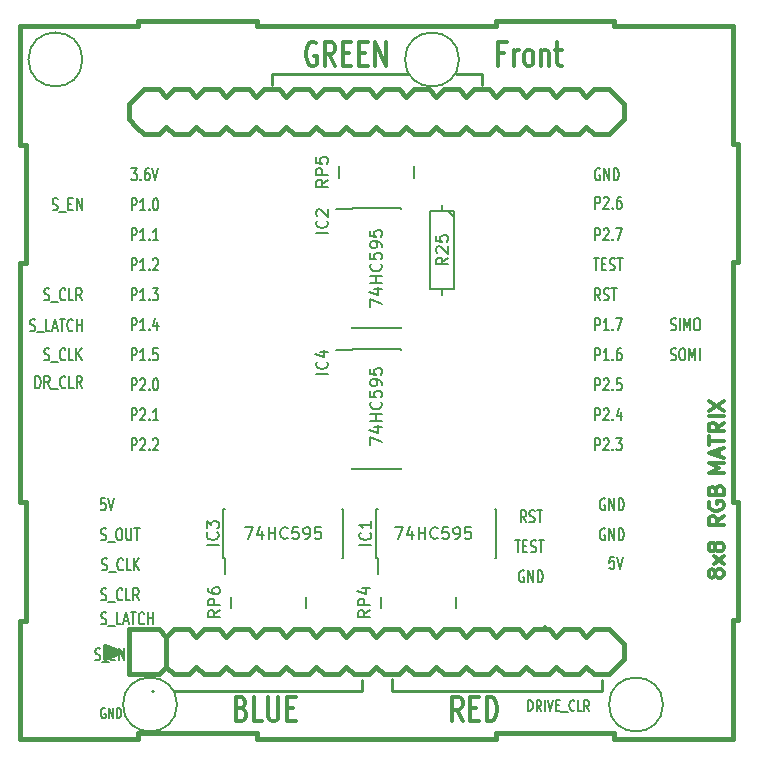
<source format=gbr>
G04 #@! TF.FileFunction,Legend,Top*
%FSLAX46Y46*%
G04 Gerber Fmt 4.6, Leading zero omitted, Abs format (unit mm)*
G04 Created by KiCad (PCBNEW (2015-11-29 BZR 6336, Git 7b0d981)-product) date 12/9/2015 5:57:17 PM*
%MOMM*%
G01*
G04 APERTURE LIST*
%ADD10C,0.100000*%
%ADD11C,0.304800*%
%ADD12C,0.254000*%
%ADD13C,0.190500*%
%ADD14C,0.174625*%
%ADD15C,0.158750*%
%ADD16C,0.381000*%
%ADD17C,0.150000*%
G04 APERTURE END LIST*
D10*
D11*
X140182601Y-54864000D02*
X140037458Y-54767238D01*
X139819744Y-54767238D01*
X139602029Y-54864000D01*
X139456887Y-55057524D01*
X139384315Y-55251048D01*
X139311744Y-55638095D01*
X139311744Y-55928381D01*
X139384315Y-56315429D01*
X139456887Y-56508952D01*
X139602029Y-56702476D01*
X139819744Y-56799238D01*
X139964887Y-56799238D01*
X140182601Y-56702476D01*
X140255172Y-56605714D01*
X140255172Y-55928381D01*
X139964887Y-55928381D01*
X141779172Y-56799238D02*
X141271172Y-55831619D01*
X140908315Y-56799238D02*
X140908315Y-54767238D01*
X141488887Y-54767238D01*
X141634029Y-54864000D01*
X141706601Y-54960762D01*
X141779172Y-55154286D01*
X141779172Y-55444571D01*
X141706601Y-55638095D01*
X141634029Y-55734857D01*
X141488887Y-55831619D01*
X140908315Y-55831619D01*
X142432315Y-55734857D02*
X142940315Y-55734857D01*
X143158029Y-56799238D02*
X142432315Y-56799238D01*
X142432315Y-54767238D01*
X143158029Y-54767238D01*
X143811172Y-55734857D02*
X144319172Y-55734857D01*
X144536886Y-56799238D02*
X143811172Y-56799238D01*
X143811172Y-54767238D01*
X144536886Y-54767238D01*
X145190029Y-56799238D02*
X145190029Y-54767238D01*
X146060886Y-56799238D01*
X146060886Y-54767238D01*
X152588686Y-112272838D02*
X152080686Y-111305219D01*
X151717829Y-112272838D02*
X151717829Y-110240838D01*
X152298401Y-110240838D01*
X152443543Y-110337600D01*
X152516115Y-110434362D01*
X152588686Y-110627886D01*
X152588686Y-110918171D01*
X152516115Y-111111695D01*
X152443543Y-111208457D01*
X152298401Y-111305219D01*
X151717829Y-111305219D01*
X153241829Y-111208457D02*
X153749829Y-111208457D01*
X153967543Y-112272838D02*
X153241829Y-112272838D01*
X153241829Y-110240838D01*
X153967543Y-110240838D01*
X154620686Y-112272838D02*
X154620686Y-110240838D01*
X154983543Y-110240838D01*
X155201258Y-110337600D01*
X155346400Y-110531124D01*
X155418972Y-110724648D01*
X155491543Y-111111695D01*
X155491543Y-111401981D01*
X155418972Y-111789029D01*
X155346400Y-111982552D01*
X155201258Y-112176076D01*
X154983543Y-112272838D01*
X154620686Y-112272838D01*
X133868886Y-111208457D02*
X134086600Y-111305219D01*
X134159172Y-111401981D01*
X134231743Y-111595505D01*
X134231743Y-111885790D01*
X134159172Y-112079314D01*
X134086600Y-112176076D01*
X133941458Y-112272838D01*
X133360886Y-112272838D01*
X133360886Y-110240838D01*
X133868886Y-110240838D01*
X134014029Y-110337600D01*
X134086600Y-110434362D01*
X134159172Y-110627886D01*
X134159172Y-110821410D01*
X134086600Y-111014933D01*
X134014029Y-111111695D01*
X133868886Y-111208457D01*
X133360886Y-111208457D01*
X135610600Y-112272838D02*
X134884886Y-112272838D01*
X134884886Y-110240838D01*
X136118600Y-110240838D02*
X136118600Y-111885790D01*
X136191172Y-112079314D01*
X136263743Y-112176076D01*
X136408886Y-112272838D01*
X136699172Y-112272838D01*
X136844314Y-112176076D01*
X136916886Y-112079314D01*
X136989457Y-111885790D01*
X136989457Y-110240838D01*
X137715171Y-111208457D02*
X138223171Y-111208457D01*
X138440885Y-112272838D02*
X137715171Y-112272838D01*
X137715171Y-110240838D01*
X138440885Y-110240838D01*
D12*
X146634200Y-109702600D02*
X148869400Y-109702600D01*
X146634200Y-108686600D02*
X146634200Y-109651800D01*
X164420550Y-109696250D02*
X164420550Y-108807250D01*
X164420550Y-109696250D02*
X152863550Y-109696250D01*
X152800050Y-109696250D02*
X148926550Y-109696250D01*
X148926550Y-109696250D02*
X148863050Y-109696250D01*
X128447800Y-109702600D02*
X128168400Y-109702600D01*
X128555750Y-109696250D02*
X128492250Y-109696250D01*
X132429250Y-109696250D02*
X128555750Y-109696250D01*
X144049750Y-109696250D02*
X132492750Y-109696250D01*
X126333250Y-109696250D02*
X126269750Y-109696250D01*
X144049750Y-109696250D02*
X144049750Y-108807250D01*
X136461500Y-57531000D02*
X136461500Y-58420000D01*
X154241500Y-57531000D02*
X154241500Y-58420000D01*
X154178000Y-57531000D02*
X154241500Y-57531000D01*
X152019000Y-57531000D02*
X154178000Y-57531000D01*
X136461500Y-57531000D02*
X148018500Y-57531000D01*
D11*
X156110214Y-55734857D02*
X155602214Y-55734857D01*
X155602214Y-56799238D02*
X155602214Y-54767238D01*
X156327928Y-54767238D01*
X156908500Y-56799238D02*
X156908500Y-55444571D01*
X156908500Y-55831619D02*
X156981072Y-55638095D01*
X157053643Y-55541333D01*
X157198786Y-55444571D01*
X157343929Y-55444571D01*
X158069643Y-56799238D02*
X157924501Y-56702476D01*
X157851929Y-56605714D01*
X157779358Y-56412190D01*
X157779358Y-55831619D01*
X157851929Y-55638095D01*
X157924501Y-55541333D01*
X158069643Y-55444571D01*
X158287358Y-55444571D01*
X158432501Y-55541333D01*
X158505072Y-55638095D01*
X158577643Y-55831619D01*
X158577643Y-56412190D01*
X158505072Y-56605714D01*
X158432501Y-56702476D01*
X158287358Y-56799238D01*
X158069643Y-56799238D01*
X159230786Y-55444571D02*
X159230786Y-56799238D01*
X159230786Y-55638095D02*
X159303358Y-55541333D01*
X159448500Y-55444571D01*
X159666215Y-55444571D01*
X159811358Y-55541333D01*
X159883929Y-55734857D01*
X159883929Y-56799238D01*
X160391929Y-55444571D02*
X160972500Y-55444571D01*
X160609643Y-54767238D02*
X160609643Y-56508952D01*
X160682215Y-56702476D01*
X160827357Y-56799238D01*
X160972500Y-56799238D01*
D13*
X165399358Y-98376619D02*
X165036501Y-98376619D01*
X165000215Y-98860429D01*
X165036501Y-98812048D01*
X165109072Y-98763667D01*
X165290501Y-98763667D01*
X165363072Y-98812048D01*
X165399358Y-98860429D01*
X165435643Y-98957190D01*
X165435643Y-99199095D01*
X165399358Y-99295857D01*
X165363072Y-99344238D01*
X165290501Y-99392619D01*
X165109072Y-99392619D01*
X165036501Y-99344238D01*
X165000215Y-99295857D01*
X165653357Y-98376619D02*
X165907357Y-99392619D01*
X166161357Y-98376619D01*
X164646428Y-96012000D02*
X164573857Y-95963619D01*
X164465000Y-95963619D01*
X164356143Y-96012000D01*
X164283571Y-96108762D01*
X164247286Y-96205524D01*
X164211000Y-96399048D01*
X164211000Y-96544190D01*
X164247286Y-96737714D01*
X164283571Y-96834476D01*
X164356143Y-96931238D01*
X164465000Y-96979619D01*
X164537571Y-96979619D01*
X164646428Y-96931238D01*
X164682714Y-96882857D01*
X164682714Y-96544190D01*
X164537571Y-96544190D01*
X165009286Y-96979619D02*
X165009286Y-95963619D01*
X165444714Y-96979619D01*
X165444714Y-95963619D01*
X165807572Y-96979619D02*
X165807572Y-95963619D01*
X165989000Y-95963619D01*
X166097857Y-96012000D01*
X166170429Y-96108762D01*
X166206714Y-96205524D01*
X166243000Y-96399048D01*
X166243000Y-96544190D01*
X166206714Y-96737714D01*
X166170429Y-96834476D01*
X166097857Y-96931238D01*
X165989000Y-96979619D01*
X165807572Y-96979619D01*
X164646428Y-93472000D02*
X164573857Y-93423619D01*
X164465000Y-93423619D01*
X164356143Y-93472000D01*
X164283571Y-93568762D01*
X164247286Y-93665524D01*
X164211000Y-93859048D01*
X164211000Y-94004190D01*
X164247286Y-94197714D01*
X164283571Y-94294476D01*
X164356143Y-94391238D01*
X164465000Y-94439619D01*
X164537571Y-94439619D01*
X164646428Y-94391238D01*
X164682714Y-94342857D01*
X164682714Y-94004190D01*
X164537571Y-94004190D01*
X165009286Y-94439619D02*
X165009286Y-93423619D01*
X165444714Y-94439619D01*
X165444714Y-93423619D01*
X165807572Y-94439619D02*
X165807572Y-93423619D01*
X165989000Y-93423619D01*
X166097857Y-93472000D01*
X166170429Y-93568762D01*
X166206714Y-93665524D01*
X166243000Y-93859048D01*
X166243000Y-94004190D01*
X166206714Y-94197714D01*
X166170429Y-94294476D01*
X166097857Y-94391238D01*
X165989000Y-94439619D01*
X165807572Y-94439619D01*
X157951715Y-95455619D02*
X157697715Y-94971810D01*
X157516287Y-95455619D02*
X157516287Y-94439619D01*
X157806572Y-94439619D01*
X157879144Y-94488000D01*
X157915429Y-94536381D01*
X157951715Y-94633143D01*
X157951715Y-94778286D01*
X157915429Y-94875048D01*
X157879144Y-94923429D01*
X157806572Y-94971810D01*
X157516287Y-94971810D01*
X158242001Y-95407238D02*
X158350858Y-95455619D01*
X158532287Y-95455619D01*
X158604858Y-95407238D01*
X158641144Y-95358857D01*
X158677429Y-95262095D01*
X158677429Y-95165333D01*
X158641144Y-95068571D01*
X158604858Y-95020190D01*
X158532287Y-94971810D01*
X158387144Y-94923429D01*
X158314572Y-94875048D01*
X158278287Y-94826667D01*
X158242001Y-94729905D01*
X158242001Y-94633143D01*
X158278287Y-94536381D01*
X158314572Y-94488000D01*
X158387144Y-94439619D01*
X158568572Y-94439619D01*
X158677429Y-94488000D01*
X158895143Y-94439619D02*
X159330572Y-94439619D01*
X159112858Y-95455619D02*
X159112858Y-94439619D01*
X157026429Y-96979619D02*
X157461858Y-96979619D01*
X157244144Y-97995619D02*
X157244144Y-96979619D01*
X157715858Y-97463429D02*
X157969858Y-97463429D01*
X158078715Y-97995619D02*
X157715858Y-97995619D01*
X157715858Y-96979619D01*
X158078715Y-96979619D01*
X158369001Y-97947238D02*
X158477858Y-97995619D01*
X158659287Y-97995619D01*
X158731858Y-97947238D01*
X158768144Y-97898857D01*
X158804429Y-97802095D01*
X158804429Y-97705333D01*
X158768144Y-97608571D01*
X158731858Y-97560190D01*
X158659287Y-97511810D01*
X158514144Y-97463429D01*
X158441572Y-97415048D01*
X158405287Y-97366667D01*
X158369001Y-97269905D01*
X158369001Y-97173143D01*
X158405287Y-97076381D01*
X158441572Y-97028000D01*
X158514144Y-96979619D01*
X158695572Y-96979619D01*
X158804429Y-97028000D01*
X159022143Y-96979619D02*
X159457572Y-96979619D01*
X159239858Y-97995619D02*
X159239858Y-96979619D01*
X157788428Y-99568000D02*
X157715857Y-99519619D01*
X157607000Y-99519619D01*
X157498143Y-99568000D01*
X157425571Y-99664762D01*
X157389286Y-99761524D01*
X157353000Y-99955048D01*
X157353000Y-100100190D01*
X157389286Y-100293714D01*
X157425571Y-100390476D01*
X157498143Y-100487238D01*
X157607000Y-100535619D01*
X157679571Y-100535619D01*
X157788428Y-100487238D01*
X157824714Y-100438857D01*
X157824714Y-100100190D01*
X157679571Y-100100190D01*
X158151286Y-100535619D02*
X158151286Y-99519619D01*
X158586714Y-100535619D01*
X158586714Y-99519619D01*
X158949572Y-100535619D02*
X158949572Y-99519619D01*
X159131000Y-99519619D01*
X159239857Y-99568000D01*
X159312429Y-99664762D01*
X159348714Y-99761524D01*
X159385000Y-99955048D01*
X159385000Y-100100190D01*
X159348714Y-100293714D01*
X159312429Y-100390476D01*
X159239857Y-100487238D01*
X159131000Y-100535619D01*
X158949572Y-100535619D01*
D14*
X158144635Y-111400167D02*
X158144635Y-110511167D01*
X158310944Y-110511167D01*
X158410730Y-110553500D01*
X158477254Y-110638167D01*
X158510515Y-110722833D01*
X158543777Y-110892167D01*
X158543777Y-111019167D01*
X158510515Y-111188500D01*
X158477254Y-111273167D01*
X158410730Y-111357833D01*
X158310944Y-111400167D01*
X158144635Y-111400167D01*
X159242277Y-111400167D02*
X159009444Y-110976833D01*
X158843135Y-111400167D02*
X158843135Y-110511167D01*
X159109230Y-110511167D01*
X159175754Y-110553500D01*
X159209015Y-110595833D01*
X159242277Y-110680500D01*
X159242277Y-110807500D01*
X159209015Y-110892167D01*
X159175754Y-110934500D01*
X159109230Y-110976833D01*
X158843135Y-110976833D01*
X159541635Y-111400167D02*
X159541635Y-110511167D01*
X159774468Y-110511167D02*
X160007301Y-111400167D01*
X160240134Y-110511167D01*
X160472968Y-110934500D02*
X160705801Y-110934500D01*
X160805587Y-111400167D02*
X160472968Y-111400167D01*
X160472968Y-110511167D01*
X160805587Y-110511167D01*
X160938634Y-111484833D02*
X161470824Y-111484833D01*
X162036276Y-111315500D02*
X162003014Y-111357833D01*
X161903229Y-111400167D01*
X161836705Y-111400167D01*
X161736919Y-111357833D01*
X161670395Y-111273167D01*
X161637134Y-111188500D01*
X161603872Y-111019167D01*
X161603872Y-110892167D01*
X161637134Y-110722833D01*
X161670395Y-110638167D01*
X161736919Y-110553500D01*
X161836705Y-110511167D01*
X161903229Y-110511167D01*
X162003014Y-110553500D01*
X162036276Y-110595833D01*
X162668253Y-111400167D02*
X162335634Y-111400167D01*
X162335634Y-110511167D01*
X163300228Y-111400167D02*
X163067395Y-110976833D01*
X162901086Y-111400167D02*
X162901086Y-110511167D01*
X163167181Y-110511167D01*
X163233705Y-110553500D01*
X163266966Y-110595833D01*
X163300228Y-110680500D01*
X163300228Y-110807500D01*
X163266966Y-110892167D01*
X163233705Y-110934500D01*
X163167181Y-110976833D01*
X162901086Y-110976833D01*
D13*
X122346358Y-93423619D02*
X121983501Y-93423619D01*
X121947215Y-93907429D01*
X121983501Y-93859048D01*
X122056072Y-93810667D01*
X122237501Y-93810667D01*
X122310072Y-93859048D01*
X122346358Y-93907429D01*
X122382643Y-94004190D01*
X122382643Y-94246095D01*
X122346358Y-94342857D01*
X122310072Y-94391238D01*
X122237501Y-94439619D01*
X122056072Y-94439619D01*
X121983501Y-94391238D01*
X121947215Y-94342857D01*
X122600357Y-93423619D02*
X122854357Y-94439619D01*
X123108357Y-93423619D01*
X121974429Y-96931238D02*
X122083286Y-96979619D01*
X122264715Y-96979619D01*
X122337286Y-96931238D01*
X122373572Y-96882857D01*
X122409857Y-96786095D01*
X122409857Y-96689333D01*
X122373572Y-96592571D01*
X122337286Y-96544190D01*
X122264715Y-96495810D01*
X122119572Y-96447429D01*
X122047000Y-96399048D01*
X122010715Y-96350667D01*
X121974429Y-96253905D01*
X121974429Y-96157143D01*
X122010715Y-96060381D01*
X122047000Y-96012000D01*
X122119572Y-95963619D01*
X122301000Y-95963619D01*
X122409857Y-96012000D01*
X122555000Y-97076381D02*
X123135571Y-97076381D01*
X123462142Y-95963619D02*
X123607285Y-95963619D01*
X123679857Y-96012000D01*
X123752428Y-96108762D01*
X123788714Y-96302286D01*
X123788714Y-96640952D01*
X123752428Y-96834476D01*
X123679857Y-96931238D01*
X123607285Y-96979619D01*
X123462142Y-96979619D01*
X123389571Y-96931238D01*
X123317000Y-96834476D01*
X123280714Y-96640952D01*
X123280714Y-96302286D01*
X123317000Y-96108762D01*
X123389571Y-96012000D01*
X123462142Y-95963619D01*
X124115286Y-95963619D02*
X124115286Y-96786095D01*
X124151571Y-96882857D01*
X124187857Y-96931238D01*
X124260428Y-96979619D01*
X124405571Y-96979619D01*
X124478143Y-96931238D01*
X124514428Y-96882857D01*
X124550714Y-96786095D01*
X124550714Y-95963619D01*
X124804714Y-95963619D02*
X125240143Y-95963619D01*
X125022429Y-96979619D02*
X125022429Y-95963619D01*
X122056072Y-99471238D02*
X122164929Y-99519619D01*
X122346358Y-99519619D01*
X122418929Y-99471238D01*
X122455215Y-99422857D01*
X122491500Y-99326095D01*
X122491500Y-99229333D01*
X122455215Y-99132571D01*
X122418929Y-99084190D01*
X122346358Y-99035810D01*
X122201215Y-98987429D01*
X122128643Y-98939048D01*
X122092358Y-98890667D01*
X122056072Y-98793905D01*
X122056072Y-98697143D01*
X122092358Y-98600381D01*
X122128643Y-98552000D01*
X122201215Y-98503619D01*
X122382643Y-98503619D01*
X122491500Y-98552000D01*
X122636643Y-99616381D02*
X123217214Y-99616381D01*
X123834071Y-99422857D02*
X123797785Y-99471238D01*
X123688928Y-99519619D01*
X123616357Y-99519619D01*
X123507500Y-99471238D01*
X123434928Y-99374476D01*
X123398643Y-99277714D01*
X123362357Y-99084190D01*
X123362357Y-98939048D01*
X123398643Y-98745524D01*
X123434928Y-98648762D01*
X123507500Y-98552000D01*
X123616357Y-98503619D01*
X123688928Y-98503619D01*
X123797785Y-98552000D01*
X123834071Y-98600381D01*
X124523500Y-99519619D02*
X124160643Y-99519619D01*
X124160643Y-98503619D01*
X124777500Y-99519619D02*
X124777500Y-98503619D01*
X125212928Y-99519619D02*
X124886357Y-98939048D01*
X125212928Y-98503619D02*
X124777500Y-99084190D01*
X121992572Y-102011238D02*
X122101429Y-102059619D01*
X122282858Y-102059619D01*
X122355429Y-102011238D01*
X122391715Y-101962857D01*
X122428000Y-101866095D01*
X122428000Y-101769333D01*
X122391715Y-101672571D01*
X122355429Y-101624190D01*
X122282858Y-101575810D01*
X122137715Y-101527429D01*
X122065143Y-101479048D01*
X122028858Y-101430667D01*
X121992572Y-101333905D01*
X121992572Y-101237143D01*
X122028858Y-101140381D01*
X122065143Y-101092000D01*
X122137715Y-101043619D01*
X122319143Y-101043619D01*
X122428000Y-101092000D01*
X122573143Y-102156381D02*
X123153714Y-102156381D01*
X123770571Y-101962857D02*
X123734285Y-102011238D01*
X123625428Y-102059619D01*
X123552857Y-102059619D01*
X123444000Y-102011238D01*
X123371428Y-101914476D01*
X123335143Y-101817714D01*
X123298857Y-101624190D01*
X123298857Y-101479048D01*
X123335143Y-101285524D01*
X123371428Y-101188762D01*
X123444000Y-101092000D01*
X123552857Y-101043619D01*
X123625428Y-101043619D01*
X123734285Y-101092000D01*
X123770571Y-101140381D01*
X124460000Y-102059619D02*
X124097143Y-102059619D01*
X124097143Y-101043619D01*
X125149428Y-102059619D02*
X124895428Y-101575810D01*
X124714000Y-102059619D02*
X124714000Y-101043619D01*
X125004285Y-101043619D01*
X125076857Y-101092000D01*
X125113142Y-101140381D01*
X125149428Y-101237143D01*
X125149428Y-101382286D01*
X125113142Y-101479048D01*
X125076857Y-101527429D01*
X125004285Y-101575810D01*
X124714000Y-101575810D01*
X121992572Y-104043238D02*
X122101429Y-104091619D01*
X122282858Y-104091619D01*
X122355429Y-104043238D01*
X122391715Y-103994857D01*
X122428000Y-103898095D01*
X122428000Y-103801333D01*
X122391715Y-103704571D01*
X122355429Y-103656190D01*
X122282858Y-103607810D01*
X122137715Y-103559429D01*
X122065143Y-103511048D01*
X122028858Y-103462667D01*
X121992572Y-103365905D01*
X121992572Y-103269143D01*
X122028858Y-103172381D01*
X122065143Y-103124000D01*
X122137715Y-103075619D01*
X122319143Y-103075619D01*
X122428000Y-103124000D01*
X122573143Y-104188381D02*
X123153714Y-104188381D01*
X123698000Y-104091619D02*
X123335143Y-104091619D01*
X123335143Y-103075619D01*
X123915714Y-103801333D02*
X124278571Y-103801333D01*
X123843142Y-104091619D02*
X124097142Y-103075619D01*
X124351142Y-104091619D01*
X124496285Y-103075619D02*
X124931714Y-103075619D01*
X124714000Y-104091619D02*
X124714000Y-103075619D01*
X125621142Y-103994857D02*
X125584856Y-104043238D01*
X125475999Y-104091619D01*
X125403428Y-104091619D01*
X125294571Y-104043238D01*
X125221999Y-103946476D01*
X125185714Y-103849714D01*
X125149428Y-103656190D01*
X125149428Y-103511048D01*
X125185714Y-103317524D01*
X125221999Y-103220762D01*
X125294571Y-103124000D01*
X125403428Y-103075619D01*
X125475999Y-103075619D01*
X125584856Y-103124000D01*
X125621142Y-103172381D01*
X125947714Y-104091619D02*
X125947714Y-103075619D01*
X125947714Y-103559429D02*
X126383142Y-103559429D01*
X126383142Y-104091619D02*
X126383142Y-103075619D01*
X121468243Y-107091238D02*
X121577100Y-107139619D01*
X121758529Y-107139619D01*
X121831100Y-107091238D01*
X121867386Y-107042857D01*
X121903671Y-106946095D01*
X121903671Y-106849333D01*
X121867386Y-106752571D01*
X121831100Y-106704190D01*
X121758529Y-106655810D01*
X121613386Y-106607429D01*
X121540814Y-106559048D01*
X121504529Y-106510667D01*
X121468243Y-106413905D01*
X121468243Y-106317143D01*
X121504529Y-106220381D01*
X121540814Y-106172000D01*
X121613386Y-106123619D01*
X121794814Y-106123619D01*
X121903671Y-106172000D01*
X122048814Y-107236381D02*
X122629385Y-107236381D01*
X122810814Y-106607429D02*
X123064814Y-106607429D01*
X123173671Y-107139619D02*
X122810814Y-107139619D01*
X122810814Y-106123619D01*
X123173671Y-106123619D01*
X123500243Y-107139619D02*
X123500243Y-106123619D01*
X123935671Y-107139619D01*
X123935671Y-106123619D01*
D15*
X122325191Y-111188500D02*
X122264714Y-111146167D01*
X122174000Y-111146167D01*
X122083286Y-111188500D01*
X122022810Y-111273167D01*
X121992571Y-111357833D01*
X121962333Y-111527167D01*
X121962333Y-111654167D01*
X121992571Y-111823500D01*
X122022810Y-111908167D01*
X122083286Y-111992833D01*
X122174000Y-112035167D01*
X122234476Y-112035167D01*
X122325191Y-111992833D01*
X122355429Y-111950500D01*
X122355429Y-111654167D01*
X122234476Y-111654167D01*
X122627571Y-112035167D02*
X122627571Y-111146167D01*
X122990429Y-112035167D01*
X122990429Y-111146167D01*
X123292809Y-112035167D02*
X123292809Y-111146167D01*
X123444000Y-111146167D01*
X123534714Y-111188500D01*
X123595190Y-111273167D01*
X123625429Y-111357833D01*
X123655667Y-111527167D01*
X123655667Y-111654167D01*
X123625429Y-111823500D01*
X123595190Y-111908167D01*
X123534714Y-111992833D01*
X123444000Y-112035167D01*
X123292809Y-112035167D01*
D13*
X124541643Y-65483619D02*
X125013357Y-65483619D01*
X124759357Y-65870667D01*
X124868215Y-65870667D01*
X124940786Y-65919048D01*
X124977072Y-65967429D01*
X125013357Y-66064190D01*
X125013357Y-66306095D01*
X124977072Y-66402857D01*
X124940786Y-66451238D01*
X124868215Y-66499619D01*
X124650500Y-66499619D01*
X124577929Y-66451238D01*
X124541643Y-66402857D01*
X125339929Y-66402857D02*
X125376214Y-66451238D01*
X125339929Y-66499619D01*
X125303643Y-66451238D01*
X125339929Y-66402857D01*
X125339929Y-66499619D01*
X126029357Y-65483619D02*
X125884214Y-65483619D01*
X125811643Y-65532000D01*
X125775357Y-65580381D01*
X125702786Y-65725524D01*
X125666500Y-65919048D01*
X125666500Y-66306095D01*
X125702786Y-66402857D01*
X125739071Y-66451238D01*
X125811643Y-66499619D01*
X125956786Y-66499619D01*
X126029357Y-66451238D01*
X126065643Y-66402857D01*
X126101928Y-66306095D01*
X126101928Y-66064190D01*
X126065643Y-65967429D01*
X126029357Y-65919048D01*
X125956786Y-65870667D01*
X125811643Y-65870667D01*
X125739071Y-65919048D01*
X125702786Y-65967429D01*
X125666500Y-66064190D01*
X126319642Y-65483619D02*
X126573642Y-66499619D01*
X126827642Y-65483619D01*
X117874143Y-68991238D02*
X117983000Y-69039619D01*
X118164429Y-69039619D01*
X118237000Y-68991238D01*
X118273286Y-68942857D01*
X118309571Y-68846095D01*
X118309571Y-68749333D01*
X118273286Y-68652571D01*
X118237000Y-68604190D01*
X118164429Y-68555810D01*
X118019286Y-68507429D01*
X117946714Y-68459048D01*
X117910429Y-68410667D01*
X117874143Y-68313905D01*
X117874143Y-68217143D01*
X117910429Y-68120381D01*
X117946714Y-68072000D01*
X118019286Y-68023619D01*
X118200714Y-68023619D01*
X118309571Y-68072000D01*
X118454714Y-69136381D02*
X119035285Y-69136381D01*
X119216714Y-68507429D02*
X119470714Y-68507429D01*
X119579571Y-69039619D02*
X119216714Y-69039619D01*
X119216714Y-68023619D01*
X119579571Y-68023619D01*
X119906143Y-69039619D02*
X119906143Y-68023619D01*
X120341571Y-69039619D01*
X120341571Y-68023619D01*
X124559787Y-71579619D02*
X124559787Y-70563619D01*
X124850072Y-70563619D01*
X124922644Y-70612000D01*
X124958929Y-70660381D01*
X124995215Y-70757143D01*
X124995215Y-70902286D01*
X124958929Y-70999048D01*
X124922644Y-71047429D01*
X124850072Y-71095810D01*
X124559787Y-71095810D01*
X125720929Y-71579619D02*
X125285501Y-71579619D01*
X125503215Y-71579619D02*
X125503215Y-70563619D01*
X125430644Y-70708762D01*
X125358072Y-70805524D01*
X125285501Y-70853905D01*
X126047501Y-71482857D02*
X126083786Y-71531238D01*
X126047501Y-71579619D01*
X126011215Y-71531238D01*
X126047501Y-71482857D01*
X126047501Y-71579619D01*
X126809500Y-71579619D02*
X126374072Y-71579619D01*
X126591786Y-71579619D02*
X126591786Y-70563619D01*
X126519215Y-70708762D01*
X126446643Y-70805524D01*
X126374072Y-70853905D01*
X124559787Y-74119619D02*
X124559787Y-73103619D01*
X124850072Y-73103619D01*
X124922644Y-73152000D01*
X124958929Y-73200381D01*
X124995215Y-73297143D01*
X124995215Y-73442286D01*
X124958929Y-73539048D01*
X124922644Y-73587429D01*
X124850072Y-73635810D01*
X124559787Y-73635810D01*
X125720929Y-74119619D02*
X125285501Y-74119619D01*
X125503215Y-74119619D02*
X125503215Y-73103619D01*
X125430644Y-73248762D01*
X125358072Y-73345524D01*
X125285501Y-73393905D01*
X126047501Y-74022857D02*
X126083786Y-74071238D01*
X126047501Y-74119619D01*
X126011215Y-74071238D01*
X126047501Y-74022857D01*
X126047501Y-74119619D01*
X126374072Y-73200381D02*
X126410358Y-73152000D01*
X126482929Y-73103619D01*
X126664358Y-73103619D01*
X126736929Y-73152000D01*
X126773215Y-73200381D01*
X126809500Y-73297143D01*
X126809500Y-73393905D01*
X126773215Y-73539048D01*
X126337786Y-74119619D01*
X126809500Y-74119619D01*
X117166572Y-76611238D02*
X117275429Y-76659619D01*
X117456858Y-76659619D01*
X117529429Y-76611238D01*
X117565715Y-76562857D01*
X117602000Y-76466095D01*
X117602000Y-76369333D01*
X117565715Y-76272571D01*
X117529429Y-76224190D01*
X117456858Y-76175810D01*
X117311715Y-76127429D01*
X117239143Y-76079048D01*
X117202858Y-76030667D01*
X117166572Y-75933905D01*
X117166572Y-75837143D01*
X117202858Y-75740381D01*
X117239143Y-75692000D01*
X117311715Y-75643619D01*
X117493143Y-75643619D01*
X117602000Y-75692000D01*
X117747143Y-76756381D02*
X118327714Y-76756381D01*
X118944571Y-76562857D02*
X118908285Y-76611238D01*
X118799428Y-76659619D01*
X118726857Y-76659619D01*
X118618000Y-76611238D01*
X118545428Y-76514476D01*
X118509143Y-76417714D01*
X118472857Y-76224190D01*
X118472857Y-76079048D01*
X118509143Y-75885524D01*
X118545428Y-75788762D01*
X118618000Y-75692000D01*
X118726857Y-75643619D01*
X118799428Y-75643619D01*
X118908285Y-75692000D01*
X118944571Y-75740381D01*
X119634000Y-76659619D02*
X119271143Y-76659619D01*
X119271143Y-75643619D01*
X120323428Y-76659619D02*
X120069428Y-76175810D01*
X119888000Y-76659619D02*
X119888000Y-75643619D01*
X120178285Y-75643619D01*
X120250857Y-75692000D01*
X120287142Y-75740381D01*
X120323428Y-75837143D01*
X120323428Y-75982286D01*
X120287142Y-76079048D01*
X120250857Y-76127429D01*
X120178285Y-76175810D01*
X119888000Y-76175810D01*
X115960072Y-79214738D02*
X116068929Y-79263119D01*
X116250358Y-79263119D01*
X116322929Y-79214738D01*
X116359215Y-79166357D01*
X116395500Y-79069595D01*
X116395500Y-78972833D01*
X116359215Y-78876071D01*
X116322929Y-78827690D01*
X116250358Y-78779310D01*
X116105215Y-78730929D01*
X116032643Y-78682548D01*
X115996358Y-78634167D01*
X115960072Y-78537405D01*
X115960072Y-78440643D01*
X115996358Y-78343881D01*
X116032643Y-78295500D01*
X116105215Y-78247119D01*
X116286643Y-78247119D01*
X116395500Y-78295500D01*
X116540643Y-79359881D02*
X117121214Y-79359881D01*
X117665500Y-79263119D02*
X117302643Y-79263119D01*
X117302643Y-78247119D01*
X117883214Y-78972833D02*
X118246071Y-78972833D01*
X117810642Y-79263119D02*
X118064642Y-78247119D01*
X118318642Y-79263119D01*
X118463785Y-78247119D02*
X118899214Y-78247119D01*
X118681500Y-79263119D02*
X118681500Y-78247119D01*
X119588642Y-79166357D02*
X119552356Y-79214738D01*
X119443499Y-79263119D01*
X119370928Y-79263119D01*
X119262071Y-79214738D01*
X119189499Y-79117976D01*
X119153214Y-79021214D01*
X119116928Y-78827690D01*
X119116928Y-78682548D01*
X119153214Y-78489024D01*
X119189499Y-78392262D01*
X119262071Y-78295500D01*
X119370928Y-78247119D01*
X119443499Y-78247119D01*
X119552356Y-78295500D01*
X119588642Y-78343881D01*
X119915214Y-79263119D02*
X119915214Y-78247119D01*
X119915214Y-78730929D02*
X120350642Y-78730929D01*
X120350642Y-79263119D02*
X120350642Y-78247119D01*
X117166572Y-81691238D02*
X117275429Y-81739619D01*
X117456858Y-81739619D01*
X117529429Y-81691238D01*
X117565715Y-81642857D01*
X117602000Y-81546095D01*
X117602000Y-81449333D01*
X117565715Y-81352571D01*
X117529429Y-81304190D01*
X117456858Y-81255810D01*
X117311715Y-81207429D01*
X117239143Y-81159048D01*
X117202858Y-81110667D01*
X117166572Y-81013905D01*
X117166572Y-80917143D01*
X117202858Y-80820381D01*
X117239143Y-80772000D01*
X117311715Y-80723619D01*
X117493143Y-80723619D01*
X117602000Y-80772000D01*
X117747143Y-81836381D02*
X118327714Y-81836381D01*
X118944571Y-81642857D02*
X118908285Y-81691238D01*
X118799428Y-81739619D01*
X118726857Y-81739619D01*
X118618000Y-81691238D01*
X118545428Y-81594476D01*
X118509143Y-81497714D01*
X118472857Y-81304190D01*
X118472857Y-81159048D01*
X118509143Y-80965524D01*
X118545428Y-80868762D01*
X118618000Y-80772000D01*
X118726857Y-80723619D01*
X118799428Y-80723619D01*
X118908285Y-80772000D01*
X118944571Y-80820381D01*
X119634000Y-81739619D02*
X119271143Y-81739619D01*
X119271143Y-80723619D01*
X119888000Y-81739619D02*
X119888000Y-80723619D01*
X120323428Y-81739619D02*
X119996857Y-81159048D01*
X120323428Y-80723619D02*
X119888000Y-81304190D01*
X124559787Y-84279619D02*
X124559787Y-83263619D01*
X124850072Y-83263619D01*
X124922644Y-83312000D01*
X124958929Y-83360381D01*
X124995215Y-83457143D01*
X124995215Y-83602286D01*
X124958929Y-83699048D01*
X124922644Y-83747429D01*
X124850072Y-83795810D01*
X124559787Y-83795810D01*
X125285501Y-83360381D02*
X125321787Y-83312000D01*
X125394358Y-83263619D01*
X125575787Y-83263619D01*
X125648358Y-83312000D01*
X125684644Y-83360381D01*
X125720929Y-83457143D01*
X125720929Y-83553905D01*
X125684644Y-83699048D01*
X125249215Y-84279619D01*
X125720929Y-84279619D01*
X126047501Y-84182857D02*
X126083786Y-84231238D01*
X126047501Y-84279619D01*
X126011215Y-84231238D01*
X126047501Y-84182857D01*
X126047501Y-84279619D01*
X126555500Y-83263619D02*
X126628072Y-83263619D01*
X126700643Y-83312000D01*
X126736929Y-83360381D01*
X126773215Y-83457143D01*
X126809500Y-83650667D01*
X126809500Y-83892571D01*
X126773215Y-84086095D01*
X126736929Y-84182857D01*
X126700643Y-84231238D01*
X126628072Y-84279619D01*
X126555500Y-84279619D01*
X126482929Y-84231238D01*
X126446643Y-84182857D01*
X126410358Y-84086095D01*
X126374072Y-83892571D01*
X126374072Y-83650667D01*
X126410358Y-83457143D01*
X126446643Y-83360381D01*
X126482929Y-83312000D01*
X126555500Y-83263619D01*
X124559787Y-86819619D02*
X124559787Y-85803619D01*
X124850072Y-85803619D01*
X124922644Y-85852000D01*
X124958929Y-85900381D01*
X124995215Y-85997143D01*
X124995215Y-86142286D01*
X124958929Y-86239048D01*
X124922644Y-86287429D01*
X124850072Y-86335810D01*
X124559787Y-86335810D01*
X125285501Y-85900381D02*
X125321787Y-85852000D01*
X125394358Y-85803619D01*
X125575787Y-85803619D01*
X125648358Y-85852000D01*
X125684644Y-85900381D01*
X125720929Y-85997143D01*
X125720929Y-86093905D01*
X125684644Y-86239048D01*
X125249215Y-86819619D01*
X125720929Y-86819619D01*
X126047501Y-86722857D02*
X126083786Y-86771238D01*
X126047501Y-86819619D01*
X126011215Y-86771238D01*
X126047501Y-86722857D01*
X126047501Y-86819619D01*
X126809500Y-86819619D02*
X126374072Y-86819619D01*
X126591786Y-86819619D02*
X126591786Y-85803619D01*
X126519215Y-85948762D01*
X126446643Y-86045524D01*
X126374072Y-86093905D01*
X124559787Y-89359619D02*
X124559787Y-88343619D01*
X124850072Y-88343619D01*
X124922644Y-88392000D01*
X124958929Y-88440381D01*
X124995215Y-88537143D01*
X124995215Y-88682286D01*
X124958929Y-88779048D01*
X124922644Y-88827429D01*
X124850072Y-88875810D01*
X124559787Y-88875810D01*
X125285501Y-88440381D02*
X125321787Y-88392000D01*
X125394358Y-88343619D01*
X125575787Y-88343619D01*
X125648358Y-88392000D01*
X125684644Y-88440381D01*
X125720929Y-88537143D01*
X125720929Y-88633905D01*
X125684644Y-88779048D01*
X125249215Y-89359619D01*
X125720929Y-89359619D01*
X126047501Y-89262857D02*
X126083786Y-89311238D01*
X126047501Y-89359619D01*
X126011215Y-89311238D01*
X126047501Y-89262857D01*
X126047501Y-89359619D01*
X126374072Y-88440381D02*
X126410358Y-88392000D01*
X126482929Y-88343619D01*
X126664358Y-88343619D01*
X126736929Y-88392000D01*
X126773215Y-88440381D01*
X126809500Y-88537143D01*
X126809500Y-88633905D01*
X126773215Y-88779048D01*
X126337786Y-89359619D01*
X126809500Y-89359619D01*
X124559787Y-69039619D02*
X124559787Y-68023619D01*
X124850072Y-68023619D01*
X124922644Y-68072000D01*
X124958929Y-68120381D01*
X124995215Y-68217143D01*
X124995215Y-68362286D01*
X124958929Y-68459048D01*
X124922644Y-68507429D01*
X124850072Y-68555810D01*
X124559787Y-68555810D01*
X125720929Y-69039619D02*
X125285501Y-69039619D01*
X125503215Y-69039619D02*
X125503215Y-68023619D01*
X125430644Y-68168762D01*
X125358072Y-68265524D01*
X125285501Y-68313905D01*
X126047501Y-68942857D02*
X126083786Y-68991238D01*
X126047501Y-69039619D01*
X126011215Y-68991238D01*
X126047501Y-68942857D01*
X126047501Y-69039619D01*
X126555500Y-68023619D02*
X126628072Y-68023619D01*
X126700643Y-68072000D01*
X126736929Y-68120381D01*
X126773215Y-68217143D01*
X126809500Y-68410667D01*
X126809500Y-68652571D01*
X126773215Y-68846095D01*
X126736929Y-68942857D01*
X126700643Y-68991238D01*
X126628072Y-69039619D01*
X126555500Y-69039619D01*
X126482929Y-68991238D01*
X126446643Y-68942857D01*
X126410358Y-68846095D01*
X126374072Y-68652571D01*
X126374072Y-68410667D01*
X126410358Y-68217143D01*
X126446643Y-68120381D01*
X126482929Y-68072000D01*
X126555500Y-68023619D01*
X124559787Y-76659619D02*
X124559787Y-75643619D01*
X124850072Y-75643619D01*
X124922644Y-75692000D01*
X124958929Y-75740381D01*
X124995215Y-75837143D01*
X124995215Y-75982286D01*
X124958929Y-76079048D01*
X124922644Y-76127429D01*
X124850072Y-76175810D01*
X124559787Y-76175810D01*
X125720929Y-76659619D02*
X125285501Y-76659619D01*
X125503215Y-76659619D02*
X125503215Y-75643619D01*
X125430644Y-75788762D01*
X125358072Y-75885524D01*
X125285501Y-75933905D01*
X126047501Y-76562857D02*
X126083786Y-76611238D01*
X126047501Y-76659619D01*
X126011215Y-76611238D01*
X126047501Y-76562857D01*
X126047501Y-76659619D01*
X126337786Y-75643619D02*
X126809500Y-75643619D01*
X126555500Y-76030667D01*
X126664358Y-76030667D01*
X126736929Y-76079048D01*
X126773215Y-76127429D01*
X126809500Y-76224190D01*
X126809500Y-76466095D01*
X126773215Y-76562857D01*
X126736929Y-76611238D01*
X126664358Y-76659619D01*
X126446643Y-76659619D01*
X126374072Y-76611238D01*
X126337786Y-76562857D01*
X124559787Y-79199619D02*
X124559787Y-78183619D01*
X124850072Y-78183619D01*
X124922644Y-78232000D01*
X124958929Y-78280381D01*
X124995215Y-78377143D01*
X124995215Y-78522286D01*
X124958929Y-78619048D01*
X124922644Y-78667429D01*
X124850072Y-78715810D01*
X124559787Y-78715810D01*
X125720929Y-79199619D02*
X125285501Y-79199619D01*
X125503215Y-79199619D02*
X125503215Y-78183619D01*
X125430644Y-78328762D01*
X125358072Y-78425524D01*
X125285501Y-78473905D01*
X126047501Y-79102857D02*
X126083786Y-79151238D01*
X126047501Y-79199619D01*
X126011215Y-79151238D01*
X126047501Y-79102857D01*
X126047501Y-79199619D01*
X126736929Y-78522286D02*
X126736929Y-79199619D01*
X126555500Y-78135238D02*
X126374072Y-78860952D01*
X126845786Y-78860952D01*
X124559787Y-81739619D02*
X124559787Y-80723619D01*
X124850072Y-80723619D01*
X124922644Y-80772000D01*
X124958929Y-80820381D01*
X124995215Y-80917143D01*
X124995215Y-81062286D01*
X124958929Y-81159048D01*
X124922644Y-81207429D01*
X124850072Y-81255810D01*
X124559787Y-81255810D01*
X125720929Y-81739619D02*
X125285501Y-81739619D01*
X125503215Y-81739619D02*
X125503215Y-80723619D01*
X125430644Y-80868762D01*
X125358072Y-80965524D01*
X125285501Y-81013905D01*
X126047501Y-81642857D02*
X126083786Y-81691238D01*
X126047501Y-81739619D01*
X126011215Y-81691238D01*
X126047501Y-81642857D01*
X126047501Y-81739619D01*
X126773215Y-80723619D02*
X126410358Y-80723619D01*
X126374072Y-81207429D01*
X126410358Y-81159048D01*
X126482929Y-81110667D01*
X126664358Y-81110667D01*
X126736929Y-81159048D01*
X126773215Y-81207429D01*
X126809500Y-81304190D01*
X126809500Y-81546095D01*
X126773215Y-81642857D01*
X126736929Y-81691238D01*
X126664358Y-81739619D01*
X126482929Y-81739619D01*
X126410358Y-81691238D01*
X126374072Y-81642857D01*
X116422715Y-84089119D02*
X116422715Y-83073119D01*
X116604143Y-83073119D01*
X116713000Y-83121500D01*
X116785572Y-83218262D01*
X116821857Y-83315024D01*
X116858143Y-83508548D01*
X116858143Y-83653690D01*
X116821857Y-83847214D01*
X116785572Y-83943976D01*
X116713000Y-84040738D01*
X116604143Y-84089119D01*
X116422715Y-84089119D01*
X117620143Y-84089119D02*
X117366143Y-83605310D01*
X117184715Y-84089119D02*
X117184715Y-83073119D01*
X117475000Y-83073119D01*
X117547572Y-83121500D01*
X117583857Y-83169881D01*
X117620143Y-83266643D01*
X117620143Y-83411786D01*
X117583857Y-83508548D01*
X117547572Y-83556929D01*
X117475000Y-83605310D01*
X117184715Y-83605310D01*
X117765286Y-84185881D02*
X118345857Y-84185881D01*
X118962714Y-83992357D02*
X118926428Y-84040738D01*
X118817571Y-84089119D01*
X118745000Y-84089119D01*
X118636143Y-84040738D01*
X118563571Y-83943976D01*
X118527286Y-83847214D01*
X118491000Y-83653690D01*
X118491000Y-83508548D01*
X118527286Y-83315024D01*
X118563571Y-83218262D01*
X118636143Y-83121500D01*
X118745000Y-83073119D01*
X118817571Y-83073119D01*
X118926428Y-83121500D01*
X118962714Y-83169881D01*
X119652143Y-84089119D02*
X119289286Y-84089119D01*
X119289286Y-83073119D01*
X120341571Y-84089119D02*
X120087571Y-83605310D01*
X119906143Y-84089119D02*
X119906143Y-83073119D01*
X120196428Y-83073119D01*
X120269000Y-83121500D01*
X120305285Y-83169881D01*
X120341571Y-83266643D01*
X120341571Y-83411786D01*
X120305285Y-83508548D01*
X120269000Y-83556929D01*
X120196428Y-83605310D01*
X119906143Y-83605310D01*
X170216286Y-79151238D02*
X170325143Y-79199619D01*
X170506572Y-79199619D01*
X170579143Y-79151238D01*
X170615429Y-79102857D01*
X170651714Y-79006095D01*
X170651714Y-78909333D01*
X170615429Y-78812571D01*
X170579143Y-78764190D01*
X170506572Y-78715810D01*
X170361429Y-78667429D01*
X170288857Y-78619048D01*
X170252572Y-78570667D01*
X170216286Y-78473905D01*
X170216286Y-78377143D01*
X170252572Y-78280381D01*
X170288857Y-78232000D01*
X170361429Y-78183619D01*
X170542857Y-78183619D01*
X170651714Y-78232000D01*
X170978286Y-79199619D02*
X170978286Y-78183619D01*
X171341143Y-79199619D02*
X171341143Y-78183619D01*
X171595143Y-78909333D01*
X171849143Y-78183619D01*
X171849143Y-79199619D01*
X172357142Y-78183619D02*
X172502285Y-78183619D01*
X172574857Y-78232000D01*
X172647428Y-78328762D01*
X172683714Y-78522286D01*
X172683714Y-78860952D01*
X172647428Y-79054476D01*
X172574857Y-79151238D01*
X172502285Y-79199619D01*
X172357142Y-79199619D01*
X172284571Y-79151238D01*
X172212000Y-79054476D01*
X172175714Y-78860952D01*
X172175714Y-78522286D01*
X172212000Y-78328762D01*
X172284571Y-78232000D01*
X172357142Y-78183619D01*
X170216286Y-81691238D02*
X170325143Y-81739619D01*
X170506572Y-81739619D01*
X170579143Y-81691238D01*
X170615429Y-81642857D01*
X170651714Y-81546095D01*
X170651714Y-81449333D01*
X170615429Y-81352571D01*
X170579143Y-81304190D01*
X170506572Y-81255810D01*
X170361429Y-81207429D01*
X170288857Y-81159048D01*
X170252572Y-81110667D01*
X170216286Y-81013905D01*
X170216286Y-80917143D01*
X170252572Y-80820381D01*
X170288857Y-80772000D01*
X170361429Y-80723619D01*
X170542857Y-80723619D01*
X170651714Y-80772000D01*
X171123428Y-80723619D02*
X171268571Y-80723619D01*
X171341143Y-80772000D01*
X171413714Y-80868762D01*
X171450000Y-81062286D01*
X171450000Y-81400952D01*
X171413714Y-81594476D01*
X171341143Y-81691238D01*
X171268571Y-81739619D01*
X171123428Y-81739619D01*
X171050857Y-81691238D01*
X170978286Y-81594476D01*
X170942000Y-81400952D01*
X170942000Y-81062286D01*
X170978286Y-80868762D01*
X171050857Y-80772000D01*
X171123428Y-80723619D01*
X171776572Y-81739619D02*
X171776572Y-80723619D01*
X172030572Y-81449333D01*
X172284572Y-80723619D01*
X172284572Y-81739619D01*
X172647429Y-81739619D02*
X172647429Y-80723619D01*
X164201928Y-65532000D02*
X164129357Y-65483619D01*
X164020500Y-65483619D01*
X163911643Y-65532000D01*
X163839071Y-65628762D01*
X163802786Y-65725524D01*
X163766500Y-65919048D01*
X163766500Y-66064190D01*
X163802786Y-66257714D01*
X163839071Y-66354476D01*
X163911643Y-66451238D01*
X164020500Y-66499619D01*
X164093071Y-66499619D01*
X164201928Y-66451238D01*
X164238214Y-66402857D01*
X164238214Y-66064190D01*
X164093071Y-66064190D01*
X164564786Y-66499619D02*
X164564786Y-65483619D01*
X165000214Y-66499619D01*
X165000214Y-65483619D01*
X165363072Y-66499619D02*
X165363072Y-65483619D01*
X165544500Y-65483619D01*
X165653357Y-65532000D01*
X165725929Y-65628762D01*
X165762214Y-65725524D01*
X165798500Y-65919048D01*
X165798500Y-66064190D01*
X165762214Y-66257714D01*
X165725929Y-66354476D01*
X165653357Y-66451238D01*
X165544500Y-66499619D01*
X165363072Y-66499619D01*
X163802787Y-68912619D02*
X163802787Y-67896619D01*
X164093072Y-67896619D01*
X164165644Y-67945000D01*
X164201929Y-67993381D01*
X164238215Y-68090143D01*
X164238215Y-68235286D01*
X164201929Y-68332048D01*
X164165644Y-68380429D01*
X164093072Y-68428810D01*
X163802787Y-68428810D01*
X164528501Y-67993381D02*
X164564787Y-67945000D01*
X164637358Y-67896619D01*
X164818787Y-67896619D01*
X164891358Y-67945000D01*
X164927644Y-67993381D01*
X164963929Y-68090143D01*
X164963929Y-68186905D01*
X164927644Y-68332048D01*
X164492215Y-68912619D01*
X164963929Y-68912619D01*
X165290501Y-68815857D02*
X165326786Y-68864238D01*
X165290501Y-68912619D01*
X165254215Y-68864238D01*
X165290501Y-68815857D01*
X165290501Y-68912619D01*
X165979929Y-67896619D02*
X165834786Y-67896619D01*
X165762215Y-67945000D01*
X165725929Y-67993381D01*
X165653358Y-68138524D01*
X165617072Y-68332048D01*
X165617072Y-68719095D01*
X165653358Y-68815857D01*
X165689643Y-68864238D01*
X165762215Y-68912619D01*
X165907358Y-68912619D01*
X165979929Y-68864238D01*
X166016215Y-68815857D01*
X166052500Y-68719095D01*
X166052500Y-68477190D01*
X166016215Y-68380429D01*
X165979929Y-68332048D01*
X165907358Y-68283667D01*
X165762215Y-68283667D01*
X165689643Y-68332048D01*
X165653358Y-68380429D01*
X165617072Y-68477190D01*
X163802787Y-71579619D02*
X163802787Y-70563619D01*
X164093072Y-70563619D01*
X164165644Y-70612000D01*
X164201929Y-70660381D01*
X164238215Y-70757143D01*
X164238215Y-70902286D01*
X164201929Y-70999048D01*
X164165644Y-71047429D01*
X164093072Y-71095810D01*
X163802787Y-71095810D01*
X164528501Y-70660381D02*
X164564787Y-70612000D01*
X164637358Y-70563619D01*
X164818787Y-70563619D01*
X164891358Y-70612000D01*
X164927644Y-70660381D01*
X164963929Y-70757143D01*
X164963929Y-70853905D01*
X164927644Y-70999048D01*
X164492215Y-71579619D01*
X164963929Y-71579619D01*
X165290501Y-71482857D02*
X165326786Y-71531238D01*
X165290501Y-71579619D01*
X165254215Y-71531238D01*
X165290501Y-71482857D01*
X165290501Y-71579619D01*
X165580786Y-70563619D02*
X166088786Y-70563619D01*
X165762215Y-71579619D01*
X163693929Y-73103619D02*
X164129358Y-73103619D01*
X163911644Y-74119619D02*
X163911644Y-73103619D01*
X164383358Y-73587429D02*
X164637358Y-73587429D01*
X164746215Y-74119619D02*
X164383358Y-74119619D01*
X164383358Y-73103619D01*
X164746215Y-73103619D01*
X165036501Y-74071238D02*
X165145358Y-74119619D01*
X165326787Y-74119619D01*
X165399358Y-74071238D01*
X165435644Y-74022857D01*
X165471929Y-73926095D01*
X165471929Y-73829333D01*
X165435644Y-73732571D01*
X165399358Y-73684190D01*
X165326787Y-73635810D01*
X165181644Y-73587429D01*
X165109072Y-73539048D01*
X165072787Y-73490667D01*
X165036501Y-73393905D01*
X165036501Y-73297143D01*
X165072787Y-73200381D01*
X165109072Y-73152000D01*
X165181644Y-73103619D01*
X165363072Y-73103619D01*
X165471929Y-73152000D01*
X165689643Y-73103619D02*
X166125072Y-73103619D01*
X165907358Y-74119619D02*
X165907358Y-73103619D01*
X164238215Y-76659619D02*
X163984215Y-76175810D01*
X163802787Y-76659619D02*
X163802787Y-75643619D01*
X164093072Y-75643619D01*
X164165644Y-75692000D01*
X164201929Y-75740381D01*
X164238215Y-75837143D01*
X164238215Y-75982286D01*
X164201929Y-76079048D01*
X164165644Y-76127429D01*
X164093072Y-76175810D01*
X163802787Y-76175810D01*
X164528501Y-76611238D02*
X164637358Y-76659619D01*
X164818787Y-76659619D01*
X164891358Y-76611238D01*
X164927644Y-76562857D01*
X164963929Y-76466095D01*
X164963929Y-76369333D01*
X164927644Y-76272571D01*
X164891358Y-76224190D01*
X164818787Y-76175810D01*
X164673644Y-76127429D01*
X164601072Y-76079048D01*
X164564787Y-76030667D01*
X164528501Y-75933905D01*
X164528501Y-75837143D01*
X164564787Y-75740381D01*
X164601072Y-75692000D01*
X164673644Y-75643619D01*
X164855072Y-75643619D01*
X164963929Y-75692000D01*
X165181643Y-75643619D02*
X165617072Y-75643619D01*
X165399358Y-76659619D02*
X165399358Y-75643619D01*
X163802787Y-84279619D02*
X163802787Y-83263619D01*
X164093072Y-83263619D01*
X164165644Y-83312000D01*
X164201929Y-83360381D01*
X164238215Y-83457143D01*
X164238215Y-83602286D01*
X164201929Y-83699048D01*
X164165644Y-83747429D01*
X164093072Y-83795810D01*
X163802787Y-83795810D01*
X164528501Y-83360381D02*
X164564787Y-83312000D01*
X164637358Y-83263619D01*
X164818787Y-83263619D01*
X164891358Y-83312000D01*
X164927644Y-83360381D01*
X164963929Y-83457143D01*
X164963929Y-83553905D01*
X164927644Y-83699048D01*
X164492215Y-84279619D01*
X164963929Y-84279619D01*
X165290501Y-84182857D02*
X165326786Y-84231238D01*
X165290501Y-84279619D01*
X165254215Y-84231238D01*
X165290501Y-84182857D01*
X165290501Y-84279619D01*
X166016215Y-83263619D02*
X165653358Y-83263619D01*
X165617072Y-83747429D01*
X165653358Y-83699048D01*
X165725929Y-83650667D01*
X165907358Y-83650667D01*
X165979929Y-83699048D01*
X166016215Y-83747429D01*
X166052500Y-83844190D01*
X166052500Y-84086095D01*
X166016215Y-84182857D01*
X165979929Y-84231238D01*
X165907358Y-84279619D01*
X165725929Y-84279619D01*
X165653358Y-84231238D01*
X165617072Y-84182857D01*
X163802787Y-86819619D02*
X163802787Y-85803619D01*
X164093072Y-85803619D01*
X164165644Y-85852000D01*
X164201929Y-85900381D01*
X164238215Y-85997143D01*
X164238215Y-86142286D01*
X164201929Y-86239048D01*
X164165644Y-86287429D01*
X164093072Y-86335810D01*
X163802787Y-86335810D01*
X164528501Y-85900381D02*
X164564787Y-85852000D01*
X164637358Y-85803619D01*
X164818787Y-85803619D01*
X164891358Y-85852000D01*
X164927644Y-85900381D01*
X164963929Y-85997143D01*
X164963929Y-86093905D01*
X164927644Y-86239048D01*
X164492215Y-86819619D01*
X164963929Y-86819619D01*
X165290501Y-86722857D02*
X165326786Y-86771238D01*
X165290501Y-86819619D01*
X165254215Y-86771238D01*
X165290501Y-86722857D01*
X165290501Y-86819619D01*
X165979929Y-86142286D02*
X165979929Y-86819619D01*
X165798500Y-85755238D02*
X165617072Y-86480952D01*
X166088786Y-86480952D01*
X163802787Y-89359619D02*
X163802787Y-88343619D01*
X164093072Y-88343619D01*
X164165644Y-88392000D01*
X164201929Y-88440381D01*
X164238215Y-88537143D01*
X164238215Y-88682286D01*
X164201929Y-88779048D01*
X164165644Y-88827429D01*
X164093072Y-88875810D01*
X163802787Y-88875810D01*
X164528501Y-88440381D02*
X164564787Y-88392000D01*
X164637358Y-88343619D01*
X164818787Y-88343619D01*
X164891358Y-88392000D01*
X164927644Y-88440381D01*
X164963929Y-88537143D01*
X164963929Y-88633905D01*
X164927644Y-88779048D01*
X164492215Y-89359619D01*
X164963929Y-89359619D01*
X165290501Y-89262857D02*
X165326786Y-89311238D01*
X165290501Y-89359619D01*
X165254215Y-89311238D01*
X165290501Y-89262857D01*
X165290501Y-89359619D01*
X165580786Y-88343619D02*
X166052500Y-88343619D01*
X165798500Y-88730667D01*
X165907358Y-88730667D01*
X165979929Y-88779048D01*
X166016215Y-88827429D01*
X166052500Y-88924190D01*
X166052500Y-89166095D01*
X166016215Y-89262857D01*
X165979929Y-89311238D01*
X165907358Y-89359619D01*
X165689643Y-89359619D01*
X165617072Y-89311238D01*
X165580786Y-89262857D01*
X163802787Y-79199619D02*
X163802787Y-78183619D01*
X164093072Y-78183619D01*
X164165644Y-78232000D01*
X164201929Y-78280381D01*
X164238215Y-78377143D01*
X164238215Y-78522286D01*
X164201929Y-78619048D01*
X164165644Y-78667429D01*
X164093072Y-78715810D01*
X163802787Y-78715810D01*
X164963929Y-79199619D02*
X164528501Y-79199619D01*
X164746215Y-79199619D02*
X164746215Y-78183619D01*
X164673644Y-78328762D01*
X164601072Y-78425524D01*
X164528501Y-78473905D01*
X165290501Y-79102857D02*
X165326786Y-79151238D01*
X165290501Y-79199619D01*
X165254215Y-79151238D01*
X165290501Y-79102857D01*
X165290501Y-79199619D01*
X165580786Y-78183619D02*
X166088786Y-78183619D01*
X165762215Y-79199619D01*
X163802787Y-81739619D02*
X163802787Y-80723619D01*
X164093072Y-80723619D01*
X164165644Y-80772000D01*
X164201929Y-80820381D01*
X164238215Y-80917143D01*
X164238215Y-81062286D01*
X164201929Y-81159048D01*
X164165644Y-81207429D01*
X164093072Y-81255810D01*
X163802787Y-81255810D01*
X164963929Y-81739619D02*
X164528501Y-81739619D01*
X164746215Y-81739619D02*
X164746215Y-80723619D01*
X164673644Y-80868762D01*
X164601072Y-80965524D01*
X164528501Y-81013905D01*
X165290501Y-81642857D02*
X165326786Y-81691238D01*
X165290501Y-81739619D01*
X165254215Y-81691238D01*
X165290501Y-81642857D01*
X165290501Y-81739619D01*
X165979929Y-80723619D02*
X165834786Y-80723619D01*
X165762215Y-80772000D01*
X165725929Y-80820381D01*
X165653358Y-80965524D01*
X165617072Y-81159048D01*
X165617072Y-81546095D01*
X165653358Y-81642857D01*
X165689643Y-81691238D01*
X165762215Y-81739619D01*
X165907358Y-81739619D01*
X165979929Y-81691238D01*
X166016215Y-81642857D01*
X166052500Y-81546095D01*
X166052500Y-81304190D01*
X166016215Y-81207429D01*
X165979929Y-81159048D01*
X165907358Y-81110667D01*
X165762215Y-81110667D01*
X165689643Y-81159048D01*
X165653358Y-81207429D01*
X165617072Y-81304190D01*
D12*
X159575500Y-104203500D02*
X159321500Y-104457500D01*
D16*
X123444000Y-106426000D02*
X122428000Y-106172000D01*
X123317000Y-106426000D02*
X122555000Y-106553000D01*
X123571000Y-106426000D02*
X122301000Y-106934000D01*
X122301000Y-106934000D02*
X122301000Y-105918000D01*
X123571000Y-106426000D02*
X122301000Y-106426000D01*
X122301000Y-106426000D02*
X122301000Y-105918000D01*
X123571000Y-106426000D02*
X122301000Y-105918000D01*
X140208000Y-105156000D02*
X140843000Y-104521000D01*
X140843000Y-104521000D02*
X142113000Y-104521000D01*
X142113000Y-104521000D02*
X142748000Y-105156000D01*
X142748000Y-105156000D02*
X143383000Y-104521000D01*
X143383000Y-104521000D02*
X144653000Y-104521000D01*
X144653000Y-104521000D02*
X145288000Y-105156000D01*
X145288000Y-105156000D02*
X145923000Y-104521000D01*
X145923000Y-104521000D02*
X147193000Y-104521000D01*
X147193000Y-104521000D02*
X147828000Y-105156000D01*
X147828000Y-105156000D02*
X148463000Y-104521000D01*
X148463000Y-104521000D02*
X149733000Y-104521000D01*
X149733000Y-104521000D02*
X150368000Y-105156000D01*
X150368000Y-105156000D02*
X151003000Y-104521000D01*
X151003000Y-104521000D02*
X152273000Y-104521000D01*
X152273000Y-104521000D02*
X152908000Y-105156000D01*
X152908000Y-105156000D02*
X153543000Y-104521000D01*
X153543000Y-104521000D02*
X154813000Y-104521000D01*
X154813000Y-104521000D02*
X155448000Y-105156000D01*
X155448000Y-105156000D02*
X156083000Y-104521000D01*
X156083000Y-104521000D02*
X157353000Y-104521000D01*
X157353000Y-104521000D02*
X157988000Y-105156000D01*
X157988000Y-105156000D02*
X158623000Y-104521000D01*
X158623000Y-104521000D02*
X159893000Y-104521000D01*
X159893000Y-104521000D02*
X160528000Y-105156000D01*
X160528000Y-105156000D02*
X161163000Y-104521000D01*
X161163000Y-104521000D02*
X162433000Y-104521000D01*
X162433000Y-104521000D02*
X163068000Y-105156000D01*
X163068000Y-105156000D02*
X163703000Y-104521000D01*
X163703000Y-104521000D02*
X164973000Y-104521000D01*
X164973000Y-104521000D02*
X166243000Y-105791000D01*
X137033000Y-104521000D02*
X137668000Y-105156000D01*
X137668000Y-105156000D02*
X138303000Y-104521000D01*
X138303000Y-104521000D02*
X139573000Y-104521000D01*
X139573000Y-104521000D02*
X140208000Y-105156000D01*
X127508000Y-105156000D02*
X127508000Y-107696000D01*
X126873000Y-108331000D02*
X124333000Y-108331000D01*
X124333000Y-108331000D02*
X124333000Y-104521000D01*
X124333000Y-104521000D02*
X126873000Y-104521000D01*
X126873000Y-104521000D02*
X127508000Y-105156000D01*
X127508000Y-105156000D02*
X128143000Y-104521000D01*
X128143000Y-104521000D02*
X129413000Y-104521000D01*
X129413000Y-104521000D02*
X130048000Y-105156000D01*
X130048000Y-105156000D02*
X130683000Y-104521000D01*
X130683000Y-104521000D02*
X131953000Y-104521000D01*
X131953000Y-104521000D02*
X132588000Y-105156000D01*
X132588000Y-105156000D02*
X133223000Y-104521000D01*
X133223000Y-104521000D02*
X134493000Y-104521000D01*
X134493000Y-104521000D02*
X135128000Y-105156000D01*
X135128000Y-105156000D02*
X135763000Y-104521000D01*
X135763000Y-104521000D02*
X137033000Y-104521000D01*
X166243000Y-105791000D02*
X166243000Y-107061000D01*
X166243000Y-107061000D02*
X164973000Y-108331000D01*
X164973000Y-108331000D02*
X163703000Y-108331000D01*
X163703000Y-108331000D02*
X163068000Y-107696000D01*
X163068000Y-107696000D02*
X162433000Y-108331000D01*
X162433000Y-108331000D02*
X161163000Y-108331000D01*
X161163000Y-108331000D02*
X160528000Y-107696000D01*
X160528000Y-107696000D02*
X159893000Y-108331000D01*
X159893000Y-108331000D02*
X158623000Y-108331000D01*
X158623000Y-108331000D02*
X157988000Y-107696000D01*
X157988000Y-107696000D02*
X157353000Y-108331000D01*
X157353000Y-108331000D02*
X156083000Y-108331000D01*
X156083000Y-108331000D02*
X155448000Y-107696000D01*
X155448000Y-107696000D02*
X154813000Y-108331000D01*
X154813000Y-108331000D02*
X153543000Y-108331000D01*
X153543000Y-108331000D02*
X152908000Y-107696000D01*
X152908000Y-107696000D02*
X152273000Y-108331000D01*
X152273000Y-108331000D02*
X151003000Y-108331000D01*
X151003000Y-108331000D02*
X150368000Y-107696000D01*
X150368000Y-107696000D02*
X149733000Y-108331000D01*
X149733000Y-108331000D02*
X148463000Y-108331000D01*
X148463000Y-108331000D02*
X147828000Y-107696000D01*
X147828000Y-107696000D02*
X147193000Y-108331000D01*
X147193000Y-108331000D02*
X145923000Y-108331000D01*
X145923000Y-108331000D02*
X145288000Y-107696000D01*
X145288000Y-107696000D02*
X144653000Y-108331000D01*
X144653000Y-108331000D02*
X143383000Y-108331000D01*
X143383000Y-108331000D02*
X142748000Y-107696000D01*
X142748000Y-107696000D02*
X142113000Y-108331000D01*
X142113000Y-108331000D02*
X140843000Y-108331000D01*
X140843000Y-108331000D02*
X140208000Y-107696000D01*
X140208000Y-107696000D02*
X139573000Y-108331000D01*
X139573000Y-108331000D02*
X138303000Y-108331000D01*
X138303000Y-108331000D02*
X137668000Y-107696000D01*
X137668000Y-107696000D02*
X137033000Y-108331000D01*
X137033000Y-108331000D02*
X135763000Y-108331000D01*
X135763000Y-108331000D02*
X135128000Y-107696000D01*
X135128000Y-107696000D02*
X134493000Y-108331000D01*
X134493000Y-108331000D02*
X133223000Y-108331000D01*
X133223000Y-108331000D02*
X132588000Y-107696000D01*
X132588000Y-107696000D02*
X131953000Y-108331000D01*
X131953000Y-108331000D02*
X130683000Y-108331000D01*
X130683000Y-108331000D02*
X130048000Y-107696000D01*
X130048000Y-107696000D02*
X129413000Y-108331000D01*
X129413000Y-108331000D02*
X128143000Y-108331000D01*
X128143000Y-108331000D02*
X127508000Y-107696000D01*
X127508000Y-107696000D02*
X126873000Y-108331000D01*
X166243000Y-60071000D02*
X166243000Y-61341000D01*
X166243000Y-61341000D02*
X164973000Y-62611000D01*
X164973000Y-62611000D02*
X163703000Y-62611000D01*
X163703000Y-62611000D02*
X163068000Y-61976000D01*
X163068000Y-61976000D02*
X162433000Y-62611000D01*
X162433000Y-62611000D02*
X161163000Y-62611000D01*
X161163000Y-62611000D02*
X160528000Y-61976000D01*
X160528000Y-61976000D02*
X159893000Y-62611000D01*
X159893000Y-62611000D02*
X158623000Y-62611000D01*
X158623000Y-62611000D02*
X157988000Y-61976000D01*
X157988000Y-61976000D02*
X157353000Y-62611000D01*
X157353000Y-62611000D02*
X156083000Y-62611000D01*
X156083000Y-62611000D02*
X155448000Y-61976000D01*
X155448000Y-61976000D02*
X154813000Y-62611000D01*
X154813000Y-62611000D02*
X153543000Y-62611000D01*
X153543000Y-62611000D02*
X152908000Y-61976000D01*
X152908000Y-61976000D02*
X152273000Y-62611000D01*
X152273000Y-62611000D02*
X151003000Y-62611000D01*
X151003000Y-62611000D02*
X150368000Y-61976000D01*
X150368000Y-61976000D02*
X149733000Y-62611000D01*
X149733000Y-62611000D02*
X148463000Y-62611000D01*
X148463000Y-62611000D02*
X147828000Y-61976000D01*
X147828000Y-61976000D02*
X147193000Y-62611000D01*
X147193000Y-62611000D02*
X145923000Y-62611000D01*
X145923000Y-62611000D02*
X145288000Y-61976000D01*
X145288000Y-61976000D02*
X144653000Y-62611000D01*
X144653000Y-62611000D02*
X143383000Y-62611000D01*
X143383000Y-62611000D02*
X142748000Y-61976000D01*
X142748000Y-61976000D02*
X142113000Y-62611000D01*
X142113000Y-62611000D02*
X140843000Y-62611000D01*
X140843000Y-62611000D02*
X140208000Y-61976000D01*
X140208000Y-61976000D02*
X139573000Y-62611000D01*
X139573000Y-62611000D02*
X138303000Y-62611000D01*
X138303000Y-62611000D02*
X137668000Y-61976000D01*
X137668000Y-61976000D02*
X137033000Y-62611000D01*
X137033000Y-62611000D02*
X135763000Y-62611000D01*
X135763000Y-62611000D02*
X135128000Y-61976000D01*
X135128000Y-61976000D02*
X134493000Y-62611000D01*
X134493000Y-62611000D02*
X133223000Y-62611000D01*
X133223000Y-62611000D02*
X132588000Y-61976000D01*
X132588000Y-61976000D02*
X131953000Y-62611000D01*
X131953000Y-62611000D02*
X130683000Y-62611000D01*
X130683000Y-62611000D02*
X130048000Y-61976000D01*
X130048000Y-61976000D02*
X129413000Y-62611000D01*
X129413000Y-62611000D02*
X128143000Y-62611000D01*
X128143000Y-62611000D02*
X127508000Y-61976000D01*
X127508000Y-61976000D02*
X126873000Y-62611000D01*
X126873000Y-62611000D02*
X125603000Y-62611000D01*
X125603000Y-62611000D02*
X124968000Y-61976000D01*
X124968000Y-61976000D02*
X124333000Y-61341000D01*
X124333000Y-61341000D02*
X124333000Y-60071000D01*
X124333000Y-60071000D02*
X125603000Y-58801000D01*
X125603000Y-58801000D02*
X126873000Y-58801000D01*
X126873000Y-58801000D02*
X127508000Y-59436000D01*
X127508000Y-59436000D02*
X128143000Y-58801000D01*
X128143000Y-58801000D02*
X129413000Y-58801000D01*
X129413000Y-58801000D02*
X130048000Y-59436000D01*
X130048000Y-59436000D02*
X130683000Y-58801000D01*
X130683000Y-58801000D02*
X131953000Y-58801000D01*
X131953000Y-58801000D02*
X132588000Y-59436000D01*
X132588000Y-59436000D02*
X133223000Y-58801000D01*
X133223000Y-58801000D02*
X134493000Y-58801000D01*
X134493000Y-58801000D02*
X135128000Y-59436000D01*
X135128000Y-59436000D02*
X135763000Y-58801000D01*
X135763000Y-58801000D02*
X137033000Y-58801000D01*
X137033000Y-58801000D02*
X137668000Y-59436000D01*
X137668000Y-59436000D02*
X138303000Y-58801000D01*
X138303000Y-58801000D02*
X139573000Y-58801000D01*
X139573000Y-58801000D02*
X140208000Y-59436000D01*
X140208000Y-59436000D02*
X140843000Y-58801000D01*
X140843000Y-58801000D02*
X142113000Y-58801000D01*
X142113000Y-58801000D02*
X142748000Y-59436000D01*
X142748000Y-59436000D02*
X143383000Y-58801000D01*
X143383000Y-58801000D02*
X144653000Y-58801000D01*
X144653000Y-58801000D02*
X145288000Y-59436000D01*
X145288000Y-59436000D02*
X145923000Y-58801000D01*
X145923000Y-58801000D02*
X147193000Y-58801000D01*
X147193000Y-58801000D02*
X147828000Y-59436000D01*
X147828000Y-59436000D02*
X148463000Y-58801000D01*
X148463000Y-58801000D02*
X149733000Y-58801000D01*
X149733000Y-58801000D02*
X150368000Y-59436000D01*
X150368000Y-59436000D02*
X151003000Y-58801000D01*
X151003000Y-58801000D02*
X152273000Y-58801000D01*
X152273000Y-58801000D02*
X152908000Y-59436000D01*
X152908000Y-59436000D02*
X153543000Y-58801000D01*
X153543000Y-58801000D02*
X154813000Y-58801000D01*
X154813000Y-58801000D02*
X155448000Y-59436000D01*
X155448000Y-59436000D02*
X156083000Y-58801000D01*
X156083000Y-58801000D02*
X157353000Y-58801000D01*
X157353000Y-58801000D02*
X157988000Y-59436000D01*
X157988000Y-59436000D02*
X158623000Y-58801000D01*
X158623000Y-58801000D02*
X159893000Y-58801000D01*
X159893000Y-58801000D02*
X160528000Y-59436000D01*
X160528000Y-59436000D02*
X161163000Y-58801000D01*
X161163000Y-58801000D02*
X162433000Y-58801000D01*
X162433000Y-58801000D02*
X163068000Y-59436000D01*
X163068000Y-59436000D02*
X163703000Y-58801000D01*
X163703000Y-58801000D02*
X164973000Y-58801000D01*
X164973000Y-58801000D02*
X166243000Y-60071000D01*
X165437820Y-113266220D02*
X165437820Y-113766600D01*
X165437820Y-113766600D02*
X175437800Y-113766600D01*
X175437800Y-103715820D02*
X175938180Y-103715820D01*
X175938180Y-103715820D02*
X175938180Y-93715840D01*
X175938180Y-93715840D02*
X175437800Y-93715840D01*
X175437800Y-93715840D02*
X175437800Y-73416160D01*
X175437800Y-73416160D02*
X175938180Y-73416160D01*
X175938180Y-73416160D02*
X175938180Y-63416180D01*
X175938180Y-63416180D02*
X175437800Y-63416180D01*
X175437800Y-63416180D02*
X175437800Y-53416200D01*
X175437800Y-53416200D02*
X165437820Y-53416200D01*
X165437820Y-53416200D02*
X165437820Y-52966620D01*
X165437820Y-52966620D02*
X155437840Y-52966620D01*
X155437840Y-52966620D02*
X155437840Y-53467000D01*
X155437840Y-53467000D02*
X135138160Y-53467000D01*
X135138160Y-53467000D02*
X135138160Y-52966620D01*
X135138160Y-52966620D02*
X125138180Y-52966620D01*
X125138180Y-52966620D02*
X125138180Y-53467000D01*
X125138180Y-53467000D02*
X115138200Y-53467000D01*
X115138200Y-53467000D02*
X115138200Y-63466980D01*
X115138200Y-63466980D02*
X115638580Y-63466980D01*
X115638580Y-63466980D02*
X115638580Y-73466960D01*
X115638580Y-73466960D02*
X115138200Y-73466960D01*
X115138200Y-73466960D02*
X115138200Y-93766640D01*
X115138200Y-93766640D02*
X115638580Y-93766640D01*
X115638580Y-93766640D02*
X115638580Y-103766620D01*
X115638580Y-103766620D02*
X115138200Y-103766620D01*
X115138200Y-103766620D02*
X115138200Y-113766600D01*
X115138200Y-113766600D02*
X125138180Y-113766600D01*
X125138180Y-113766600D02*
X125138180Y-113266220D01*
X125138180Y-113266220D02*
X135138160Y-113266220D01*
X135138160Y-113266220D02*
X135138160Y-113766600D01*
X135138160Y-113766600D02*
X155437840Y-113766600D01*
X155437840Y-113766600D02*
X155437840Y-113266220D01*
X155437840Y-113266220D02*
X165437820Y-113266220D01*
X175437800Y-113715800D02*
X175437800Y-103715820D01*
D17*
X145293000Y-98468000D02*
X145398000Y-98468000D01*
X145293000Y-94318000D02*
X145398000Y-94318000D01*
X155443000Y-94318000D02*
X155338000Y-94318000D01*
X155443000Y-98468000D02*
X155338000Y-98468000D01*
X145293000Y-98468000D02*
X145293000Y-94318000D01*
X155443000Y-98468000D02*
X155443000Y-94318000D01*
X145398000Y-98468000D02*
X145398000Y-99843000D01*
X143213000Y-68839000D02*
X143213000Y-68944000D01*
X147363000Y-68839000D02*
X147363000Y-68944000D01*
X147363000Y-78989000D02*
X147363000Y-78884000D01*
X143213000Y-78989000D02*
X143213000Y-78884000D01*
X143213000Y-68839000D02*
X147363000Y-68839000D01*
X143213000Y-78989000D02*
X147363000Y-78989000D01*
X143213000Y-68944000D02*
X141838000Y-68944000D01*
X132339000Y-98468000D02*
X132444000Y-98468000D01*
X132339000Y-94318000D02*
X132444000Y-94318000D01*
X142489000Y-94318000D02*
X142384000Y-94318000D01*
X142489000Y-98468000D02*
X142384000Y-98468000D01*
X132339000Y-98468000D02*
X132339000Y-94318000D01*
X142489000Y-98468000D02*
X142489000Y-94318000D01*
X132444000Y-98468000D02*
X132444000Y-99843000D01*
X143213000Y-80777000D02*
X143213000Y-80882000D01*
X147363000Y-80777000D02*
X147363000Y-80882000D01*
X147363000Y-90927000D02*
X147363000Y-90822000D01*
X143213000Y-90927000D02*
X143213000Y-90822000D01*
X143213000Y-80777000D02*
X147363000Y-80777000D01*
X143213000Y-90927000D02*
X147363000Y-90927000D01*
X143213000Y-80882000D02*
X141838000Y-80882000D01*
X150876000Y-68580000D02*
X150876000Y-69088000D01*
X150876000Y-76200000D02*
X150876000Y-75692000D01*
X150876000Y-75692000D02*
X151892000Y-75692000D01*
X151892000Y-75692000D02*
X151892000Y-69088000D01*
X151892000Y-69088000D02*
X149860000Y-69088000D01*
X149860000Y-69088000D02*
X149860000Y-75692000D01*
X149860000Y-75692000D02*
X150876000Y-75692000D01*
X151384000Y-69088000D02*
X151892000Y-69596000D01*
X151985000Y-101735000D02*
X151985000Y-102735000D01*
X145703000Y-101735000D02*
X145703000Y-102735000D01*
X148429000Y-65286000D02*
X148429000Y-66286000D01*
X142147000Y-65286000D02*
X142147000Y-66286000D01*
X139285000Y-101735000D02*
X139285000Y-102735000D01*
X133003000Y-101735000D02*
X133003000Y-102735000D01*
X120396000Y-56261000D02*
G75*
G03X120396000Y-56261000I-2286000J0D01*
G01*
X169545000Y-110871000D02*
G75*
G03X169545000Y-110871000I-2286000J0D01*
G01*
X152273000Y-56261000D02*
G75*
G03X152273000Y-56261000I-2286000J0D01*
G01*
X128397000Y-110871000D02*
G75*
G03X128397000Y-110871000I-2286000J0D01*
G01*
D11*
X174691524Y-91258571D02*
X173421524Y-91258571D01*
X174328667Y-90835238D01*
X173421524Y-90411904D01*
X174691524Y-90411904D01*
X174328667Y-89867618D02*
X174328667Y-89262856D01*
X174691524Y-89988571D02*
X173421524Y-89565237D01*
X174691524Y-89141904D01*
X173421524Y-88900000D02*
X173421524Y-88174285D01*
X174691524Y-88537142D02*
X173421524Y-88537142D01*
X174691524Y-87025238D02*
X174086762Y-87448571D01*
X174691524Y-87750952D02*
X173421524Y-87750952D01*
X173421524Y-87267143D01*
X173482000Y-87146190D01*
X173542476Y-87085714D01*
X173663429Y-87025238D01*
X173844857Y-87025238D01*
X173965810Y-87085714D01*
X174026286Y-87146190D01*
X174086762Y-87267143D01*
X174086762Y-87750952D01*
X174691524Y-86480952D02*
X173421524Y-86480952D01*
X173421524Y-85997142D02*
X174691524Y-85150476D01*
X173421524Y-85150476D02*
X174691524Y-85997142D01*
X173965810Y-99894571D02*
X173905333Y-100015524D01*
X173844857Y-100076000D01*
X173723905Y-100136476D01*
X173663429Y-100136476D01*
X173542476Y-100076000D01*
X173482000Y-100015524D01*
X173421524Y-99894571D01*
X173421524Y-99652667D01*
X173482000Y-99531714D01*
X173542476Y-99471238D01*
X173663429Y-99410762D01*
X173723905Y-99410762D01*
X173844857Y-99471238D01*
X173905333Y-99531714D01*
X173965810Y-99652667D01*
X173965810Y-99894571D01*
X174026286Y-100015524D01*
X174086762Y-100076000D01*
X174207714Y-100136476D01*
X174449619Y-100136476D01*
X174570571Y-100076000D01*
X174631048Y-100015524D01*
X174691524Y-99894571D01*
X174691524Y-99652667D01*
X174631048Y-99531714D01*
X174570571Y-99471238D01*
X174449619Y-99410762D01*
X174207714Y-99410762D01*
X174086762Y-99471238D01*
X174026286Y-99531714D01*
X173965810Y-99652667D01*
X174691524Y-98987428D02*
X173844857Y-98322190D01*
X173844857Y-98987428D02*
X174691524Y-98322190D01*
X173965810Y-97656952D02*
X173905333Y-97777905D01*
X173844857Y-97838381D01*
X173723905Y-97898857D01*
X173663429Y-97898857D01*
X173542476Y-97838381D01*
X173482000Y-97777905D01*
X173421524Y-97656952D01*
X173421524Y-97415048D01*
X173482000Y-97294095D01*
X173542476Y-97233619D01*
X173663429Y-97173143D01*
X173723905Y-97173143D01*
X173844857Y-97233619D01*
X173905333Y-97294095D01*
X173965810Y-97415048D01*
X173965810Y-97656952D01*
X174026286Y-97777905D01*
X174086762Y-97838381D01*
X174207714Y-97898857D01*
X174449619Y-97898857D01*
X174570571Y-97838381D01*
X174631048Y-97777905D01*
X174691524Y-97656952D01*
X174691524Y-97415048D01*
X174631048Y-97294095D01*
X174570571Y-97233619D01*
X174449619Y-97173143D01*
X174207714Y-97173143D01*
X174086762Y-97233619D01*
X174026286Y-97294095D01*
X173965810Y-97415048D01*
X174691524Y-94935524D02*
X174086762Y-95358857D01*
X174691524Y-95661238D02*
X173421524Y-95661238D01*
X173421524Y-95177429D01*
X173482000Y-95056476D01*
X173542476Y-94996000D01*
X173663429Y-94935524D01*
X173844857Y-94935524D01*
X173965810Y-94996000D01*
X174026286Y-95056476D01*
X174086762Y-95177429D01*
X174086762Y-95661238D01*
X173482000Y-93726000D02*
X173421524Y-93846952D01*
X173421524Y-94028381D01*
X173482000Y-94209809D01*
X173602952Y-94330762D01*
X173723905Y-94391238D01*
X173965810Y-94451714D01*
X174147238Y-94451714D01*
X174389143Y-94391238D01*
X174510095Y-94330762D01*
X174631048Y-94209809D01*
X174691524Y-94028381D01*
X174691524Y-93907429D01*
X174631048Y-93726000D01*
X174570571Y-93665524D01*
X174147238Y-93665524D01*
X174147238Y-93907429D01*
X174026286Y-92697905D02*
X174086762Y-92516476D01*
X174147238Y-92456000D01*
X174268190Y-92395524D01*
X174449619Y-92395524D01*
X174570571Y-92456000D01*
X174631048Y-92516476D01*
X174691524Y-92637429D01*
X174691524Y-93121238D01*
X173421524Y-93121238D01*
X173421524Y-92697905D01*
X173482000Y-92576952D01*
X173542476Y-92516476D01*
X173663429Y-92456000D01*
X173784381Y-92456000D01*
X173905333Y-92516476D01*
X173965810Y-92576952D01*
X174026286Y-92697905D01*
X174026286Y-93121238D01*
D17*
X144851381Y-97369190D02*
X143851381Y-97369190D01*
X144756143Y-96321571D02*
X144803762Y-96369190D01*
X144851381Y-96512047D01*
X144851381Y-96607285D01*
X144803762Y-96750143D01*
X144708524Y-96845381D01*
X144613286Y-96893000D01*
X144422810Y-96940619D01*
X144279952Y-96940619D01*
X144089476Y-96893000D01*
X143994238Y-96845381D01*
X143899000Y-96750143D01*
X143851381Y-96607285D01*
X143851381Y-96512047D01*
X143899000Y-96369190D01*
X143946619Y-96321571D01*
X144851381Y-95369190D02*
X144851381Y-95940619D01*
X144851381Y-95654905D02*
X143851381Y-95654905D01*
X143994238Y-95750143D01*
X144089476Y-95845381D01*
X144137095Y-95940619D01*
X146852095Y-95845381D02*
X147518762Y-95845381D01*
X147090190Y-96845381D01*
X148328286Y-96178714D02*
X148328286Y-96845381D01*
X148090190Y-95797762D02*
X147852095Y-96512048D01*
X148471143Y-96512048D01*
X148852095Y-96845381D02*
X148852095Y-95845381D01*
X148852095Y-96321571D02*
X149423524Y-96321571D01*
X149423524Y-96845381D02*
X149423524Y-95845381D01*
X150471143Y-96750143D02*
X150423524Y-96797762D01*
X150280667Y-96845381D01*
X150185429Y-96845381D01*
X150042571Y-96797762D01*
X149947333Y-96702524D01*
X149899714Y-96607286D01*
X149852095Y-96416810D01*
X149852095Y-96273952D01*
X149899714Y-96083476D01*
X149947333Y-95988238D01*
X150042571Y-95893000D01*
X150185429Y-95845381D01*
X150280667Y-95845381D01*
X150423524Y-95893000D01*
X150471143Y-95940619D01*
X151375905Y-95845381D02*
X150899714Y-95845381D01*
X150852095Y-96321571D01*
X150899714Y-96273952D01*
X150994952Y-96226333D01*
X151233048Y-96226333D01*
X151328286Y-96273952D01*
X151375905Y-96321571D01*
X151423524Y-96416810D01*
X151423524Y-96654905D01*
X151375905Y-96750143D01*
X151328286Y-96797762D01*
X151233048Y-96845381D01*
X150994952Y-96845381D01*
X150899714Y-96797762D01*
X150852095Y-96750143D01*
X151899714Y-96845381D02*
X152090190Y-96845381D01*
X152185429Y-96797762D01*
X152233048Y-96750143D01*
X152328286Y-96607286D01*
X152375905Y-96416810D01*
X152375905Y-96035857D01*
X152328286Y-95940619D01*
X152280667Y-95893000D01*
X152185429Y-95845381D01*
X151994952Y-95845381D01*
X151899714Y-95893000D01*
X151852095Y-95940619D01*
X151804476Y-96035857D01*
X151804476Y-96273952D01*
X151852095Y-96369190D01*
X151899714Y-96416810D01*
X151994952Y-96464429D01*
X152185429Y-96464429D01*
X152280667Y-96416810D01*
X152328286Y-96369190D01*
X152375905Y-96273952D01*
X153280667Y-95845381D02*
X152804476Y-95845381D01*
X152756857Y-96321571D01*
X152804476Y-96273952D01*
X152899714Y-96226333D01*
X153137810Y-96226333D01*
X153233048Y-96273952D01*
X153280667Y-96321571D01*
X153328286Y-96416810D01*
X153328286Y-96654905D01*
X153280667Y-96750143D01*
X153233048Y-96797762D01*
X153137810Y-96845381D01*
X152899714Y-96845381D01*
X152804476Y-96797762D01*
X152756857Y-96750143D01*
X141168381Y-70953190D02*
X140168381Y-70953190D01*
X141073143Y-69905571D02*
X141120762Y-69953190D01*
X141168381Y-70096047D01*
X141168381Y-70191285D01*
X141120762Y-70334143D01*
X141025524Y-70429381D01*
X140930286Y-70477000D01*
X140739810Y-70524619D01*
X140596952Y-70524619D01*
X140406476Y-70477000D01*
X140311238Y-70429381D01*
X140216000Y-70334143D01*
X140168381Y-70191285D01*
X140168381Y-70096047D01*
X140216000Y-69953190D01*
X140263619Y-69905571D01*
X140263619Y-69524619D02*
X140216000Y-69477000D01*
X140168381Y-69381762D01*
X140168381Y-69143666D01*
X140216000Y-69048428D01*
X140263619Y-69000809D01*
X140358857Y-68953190D01*
X140454095Y-68953190D01*
X140596952Y-69000809D01*
X141168381Y-69572238D01*
X141168381Y-68953190D01*
X144740381Y-77175905D02*
X144740381Y-76509238D01*
X145740381Y-76937810D01*
X145073714Y-75699714D02*
X145740381Y-75699714D01*
X144692762Y-75937810D02*
X145407048Y-76175905D01*
X145407048Y-75556857D01*
X145740381Y-75175905D02*
X144740381Y-75175905D01*
X145216571Y-75175905D02*
X145216571Y-74604476D01*
X145740381Y-74604476D02*
X144740381Y-74604476D01*
X145645143Y-73556857D02*
X145692762Y-73604476D01*
X145740381Y-73747333D01*
X145740381Y-73842571D01*
X145692762Y-73985429D01*
X145597524Y-74080667D01*
X145502286Y-74128286D01*
X145311810Y-74175905D01*
X145168952Y-74175905D01*
X144978476Y-74128286D01*
X144883238Y-74080667D01*
X144788000Y-73985429D01*
X144740381Y-73842571D01*
X144740381Y-73747333D01*
X144788000Y-73604476D01*
X144835619Y-73556857D01*
X144740381Y-72652095D02*
X144740381Y-73128286D01*
X145216571Y-73175905D01*
X145168952Y-73128286D01*
X145121333Y-73033048D01*
X145121333Y-72794952D01*
X145168952Y-72699714D01*
X145216571Y-72652095D01*
X145311810Y-72604476D01*
X145549905Y-72604476D01*
X145645143Y-72652095D01*
X145692762Y-72699714D01*
X145740381Y-72794952D01*
X145740381Y-73033048D01*
X145692762Y-73128286D01*
X145645143Y-73175905D01*
X145740381Y-72128286D02*
X145740381Y-71937810D01*
X145692762Y-71842571D01*
X145645143Y-71794952D01*
X145502286Y-71699714D01*
X145311810Y-71652095D01*
X144930857Y-71652095D01*
X144835619Y-71699714D01*
X144788000Y-71747333D01*
X144740381Y-71842571D01*
X144740381Y-72033048D01*
X144788000Y-72128286D01*
X144835619Y-72175905D01*
X144930857Y-72223524D01*
X145168952Y-72223524D01*
X145264190Y-72175905D01*
X145311810Y-72128286D01*
X145359429Y-72033048D01*
X145359429Y-71842571D01*
X145311810Y-71747333D01*
X145264190Y-71699714D01*
X145168952Y-71652095D01*
X144740381Y-70747333D02*
X144740381Y-71223524D01*
X145216571Y-71271143D01*
X145168952Y-71223524D01*
X145121333Y-71128286D01*
X145121333Y-70890190D01*
X145168952Y-70794952D01*
X145216571Y-70747333D01*
X145311810Y-70699714D01*
X145549905Y-70699714D01*
X145645143Y-70747333D01*
X145692762Y-70794952D01*
X145740381Y-70890190D01*
X145740381Y-71128286D01*
X145692762Y-71223524D01*
X145645143Y-71271143D01*
X131922781Y-97343790D02*
X130922781Y-97343790D01*
X131827543Y-96296171D02*
X131875162Y-96343790D01*
X131922781Y-96486647D01*
X131922781Y-96581885D01*
X131875162Y-96724743D01*
X131779924Y-96819981D01*
X131684686Y-96867600D01*
X131494210Y-96915219D01*
X131351352Y-96915219D01*
X131160876Y-96867600D01*
X131065638Y-96819981D01*
X130970400Y-96724743D01*
X130922781Y-96581885D01*
X130922781Y-96486647D01*
X130970400Y-96343790D01*
X131018019Y-96296171D01*
X130922781Y-95962838D02*
X130922781Y-95343790D01*
X131303733Y-95677124D01*
X131303733Y-95534266D01*
X131351352Y-95439028D01*
X131398971Y-95391409D01*
X131494210Y-95343790D01*
X131732305Y-95343790D01*
X131827543Y-95391409D01*
X131875162Y-95439028D01*
X131922781Y-95534266D01*
X131922781Y-95819981D01*
X131875162Y-95915219D01*
X131827543Y-95962838D01*
X134152095Y-95845381D02*
X134818762Y-95845381D01*
X134390190Y-96845381D01*
X135628286Y-96178714D02*
X135628286Y-96845381D01*
X135390190Y-95797762D02*
X135152095Y-96512048D01*
X135771143Y-96512048D01*
X136152095Y-96845381D02*
X136152095Y-95845381D01*
X136152095Y-96321571D02*
X136723524Y-96321571D01*
X136723524Y-96845381D02*
X136723524Y-95845381D01*
X137771143Y-96750143D02*
X137723524Y-96797762D01*
X137580667Y-96845381D01*
X137485429Y-96845381D01*
X137342571Y-96797762D01*
X137247333Y-96702524D01*
X137199714Y-96607286D01*
X137152095Y-96416810D01*
X137152095Y-96273952D01*
X137199714Y-96083476D01*
X137247333Y-95988238D01*
X137342571Y-95893000D01*
X137485429Y-95845381D01*
X137580667Y-95845381D01*
X137723524Y-95893000D01*
X137771143Y-95940619D01*
X138675905Y-95845381D02*
X138199714Y-95845381D01*
X138152095Y-96321571D01*
X138199714Y-96273952D01*
X138294952Y-96226333D01*
X138533048Y-96226333D01*
X138628286Y-96273952D01*
X138675905Y-96321571D01*
X138723524Y-96416810D01*
X138723524Y-96654905D01*
X138675905Y-96750143D01*
X138628286Y-96797762D01*
X138533048Y-96845381D01*
X138294952Y-96845381D01*
X138199714Y-96797762D01*
X138152095Y-96750143D01*
X139199714Y-96845381D02*
X139390190Y-96845381D01*
X139485429Y-96797762D01*
X139533048Y-96750143D01*
X139628286Y-96607286D01*
X139675905Y-96416810D01*
X139675905Y-96035857D01*
X139628286Y-95940619D01*
X139580667Y-95893000D01*
X139485429Y-95845381D01*
X139294952Y-95845381D01*
X139199714Y-95893000D01*
X139152095Y-95940619D01*
X139104476Y-96035857D01*
X139104476Y-96273952D01*
X139152095Y-96369190D01*
X139199714Y-96416810D01*
X139294952Y-96464429D01*
X139485429Y-96464429D01*
X139580667Y-96416810D01*
X139628286Y-96369190D01*
X139675905Y-96273952D01*
X140580667Y-95845381D02*
X140104476Y-95845381D01*
X140056857Y-96321571D01*
X140104476Y-96273952D01*
X140199714Y-96226333D01*
X140437810Y-96226333D01*
X140533048Y-96273952D01*
X140580667Y-96321571D01*
X140628286Y-96416810D01*
X140628286Y-96654905D01*
X140580667Y-96750143D01*
X140533048Y-96797762D01*
X140437810Y-96845381D01*
X140199714Y-96845381D01*
X140104476Y-96797762D01*
X140056857Y-96750143D01*
X141168381Y-82891190D02*
X140168381Y-82891190D01*
X141073143Y-81843571D02*
X141120762Y-81891190D01*
X141168381Y-82034047D01*
X141168381Y-82129285D01*
X141120762Y-82272143D01*
X141025524Y-82367381D01*
X140930286Y-82415000D01*
X140739810Y-82462619D01*
X140596952Y-82462619D01*
X140406476Y-82415000D01*
X140311238Y-82367381D01*
X140216000Y-82272143D01*
X140168381Y-82129285D01*
X140168381Y-82034047D01*
X140216000Y-81891190D01*
X140263619Y-81843571D01*
X140501714Y-80986428D02*
X141168381Y-80986428D01*
X140120762Y-81224524D02*
X140835048Y-81462619D01*
X140835048Y-80843571D01*
X144740381Y-88859905D02*
X144740381Y-88193238D01*
X145740381Y-88621810D01*
X145073714Y-87383714D02*
X145740381Y-87383714D01*
X144692762Y-87621810D02*
X145407048Y-87859905D01*
X145407048Y-87240857D01*
X145740381Y-86859905D02*
X144740381Y-86859905D01*
X145216571Y-86859905D02*
X145216571Y-86288476D01*
X145740381Y-86288476D02*
X144740381Y-86288476D01*
X145645143Y-85240857D02*
X145692762Y-85288476D01*
X145740381Y-85431333D01*
X145740381Y-85526571D01*
X145692762Y-85669429D01*
X145597524Y-85764667D01*
X145502286Y-85812286D01*
X145311810Y-85859905D01*
X145168952Y-85859905D01*
X144978476Y-85812286D01*
X144883238Y-85764667D01*
X144788000Y-85669429D01*
X144740381Y-85526571D01*
X144740381Y-85431333D01*
X144788000Y-85288476D01*
X144835619Y-85240857D01*
X144740381Y-84336095D02*
X144740381Y-84812286D01*
X145216571Y-84859905D01*
X145168952Y-84812286D01*
X145121333Y-84717048D01*
X145121333Y-84478952D01*
X145168952Y-84383714D01*
X145216571Y-84336095D01*
X145311810Y-84288476D01*
X145549905Y-84288476D01*
X145645143Y-84336095D01*
X145692762Y-84383714D01*
X145740381Y-84478952D01*
X145740381Y-84717048D01*
X145692762Y-84812286D01*
X145645143Y-84859905D01*
X145740381Y-83812286D02*
X145740381Y-83621810D01*
X145692762Y-83526571D01*
X145645143Y-83478952D01*
X145502286Y-83383714D01*
X145311810Y-83336095D01*
X144930857Y-83336095D01*
X144835619Y-83383714D01*
X144788000Y-83431333D01*
X144740381Y-83526571D01*
X144740381Y-83717048D01*
X144788000Y-83812286D01*
X144835619Y-83859905D01*
X144930857Y-83907524D01*
X145168952Y-83907524D01*
X145264190Y-83859905D01*
X145311810Y-83812286D01*
X145359429Y-83717048D01*
X145359429Y-83526571D01*
X145311810Y-83431333D01*
X145264190Y-83383714D01*
X145168952Y-83336095D01*
X144740381Y-82431333D02*
X144740381Y-82907524D01*
X145216571Y-82955143D01*
X145168952Y-82907524D01*
X145121333Y-82812286D01*
X145121333Y-82574190D01*
X145168952Y-82478952D01*
X145216571Y-82431333D01*
X145311810Y-82383714D01*
X145549905Y-82383714D01*
X145645143Y-82431333D01*
X145692762Y-82478952D01*
X145740381Y-82574190D01*
X145740381Y-82812286D01*
X145692762Y-82907524D01*
X145645143Y-82955143D01*
X151328381Y-73032857D02*
X150852190Y-73366191D01*
X151328381Y-73604286D02*
X150328381Y-73604286D01*
X150328381Y-73223333D01*
X150376000Y-73128095D01*
X150423619Y-73080476D01*
X150518857Y-73032857D01*
X150661714Y-73032857D01*
X150756952Y-73080476D01*
X150804571Y-73128095D01*
X150852190Y-73223333D01*
X150852190Y-73604286D01*
X150423619Y-72651905D02*
X150376000Y-72604286D01*
X150328381Y-72509048D01*
X150328381Y-72270952D01*
X150376000Y-72175714D01*
X150423619Y-72128095D01*
X150518857Y-72080476D01*
X150614095Y-72080476D01*
X150756952Y-72128095D01*
X151328381Y-72699524D01*
X151328381Y-72080476D01*
X150328381Y-71175714D02*
X150328381Y-71651905D01*
X150804571Y-71699524D01*
X150756952Y-71651905D01*
X150709333Y-71556667D01*
X150709333Y-71318571D01*
X150756952Y-71223333D01*
X150804571Y-71175714D01*
X150899810Y-71128095D01*
X151137905Y-71128095D01*
X151233143Y-71175714D01*
X151280762Y-71223333D01*
X151328381Y-71318571D01*
X151328381Y-71556667D01*
X151280762Y-71651905D01*
X151233143Y-71699524D01*
X144724381Y-102901666D02*
X144248190Y-103235000D01*
X144724381Y-103473095D02*
X143724381Y-103473095D01*
X143724381Y-103092142D01*
X143772000Y-102996904D01*
X143819619Y-102949285D01*
X143914857Y-102901666D01*
X144057714Y-102901666D01*
X144152952Y-102949285D01*
X144200571Y-102996904D01*
X144248190Y-103092142D01*
X144248190Y-103473095D01*
X144724381Y-102473095D02*
X143724381Y-102473095D01*
X143724381Y-102092142D01*
X143772000Y-101996904D01*
X143819619Y-101949285D01*
X143914857Y-101901666D01*
X144057714Y-101901666D01*
X144152952Y-101949285D01*
X144200571Y-101996904D01*
X144248190Y-102092142D01*
X144248190Y-102473095D01*
X144057714Y-101044523D02*
X144724381Y-101044523D01*
X143676762Y-101282619D02*
X144391048Y-101520714D01*
X144391048Y-100901666D01*
X141168381Y-66452666D02*
X140692190Y-66786000D01*
X141168381Y-67024095D02*
X140168381Y-67024095D01*
X140168381Y-66643142D01*
X140216000Y-66547904D01*
X140263619Y-66500285D01*
X140358857Y-66452666D01*
X140501714Y-66452666D01*
X140596952Y-66500285D01*
X140644571Y-66547904D01*
X140692190Y-66643142D01*
X140692190Y-67024095D01*
X141168381Y-66024095D02*
X140168381Y-66024095D01*
X140168381Y-65643142D01*
X140216000Y-65547904D01*
X140263619Y-65500285D01*
X140358857Y-65452666D01*
X140501714Y-65452666D01*
X140596952Y-65500285D01*
X140644571Y-65547904D01*
X140692190Y-65643142D01*
X140692190Y-66024095D01*
X140168381Y-64547904D02*
X140168381Y-65024095D01*
X140644571Y-65071714D01*
X140596952Y-65024095D01*
X140549333Y-64928857D01*
X140549333Y-64690761D01*
X140596952Y-64595523D01*
X140644571Y-64547904D01*
X140739810Y-64500285D01*
X140977905Y-64500285D01*
X141073143Y-64547904D01*
X141120762Y-64595523D01*
X141168381Y-64690761D01*
X141168381Y-64928857D01*
X141120762Y-65024095D01*
X141073143Y-65071714D01*
X132024381Y-102901666D02*
X131548190Y-103235000D01*
X132024381Y-103473095D02*
X131024381Y-103473095D01*
X131024381Y-103092142D01*
X131072000Y-102996904D01*
X131119619Y-102949285D01*
X131214857Y-102901666D01*
X131357714Y-102901666D01*
X131452952Y-102949285D01*
X131500571Y-102996904D01*
X131548190Y-103092142D01*
X131548190Y-103473095D01*
X132024381Y-102473095D02*
X131024381Y-102473095D01*
X131024381Y-102092142D01*
X131072000Y-101996904D01*
X131119619Y-101949285D01*
X131214857Y-101901666D01*
X131357714Y-101901666D01*
X131452952Y-101949285D01*
X131500571Y-101996904D01*
X131548190Y-102092142D01*
X131548190Y-102473095D01*
X131024381Y-101044523D02*
X131024381Y-101235000D01*
X131072000Y-101330238D01*
X131119619Y-101377857D01*
X131262476Y-101473095D01*
X131452952Y-101520714D01*
X131833905Y-101520714D01*
X131929143Y-101473095D01*
X131976762Y-101425476D01*
X132024381Y-101330238D01*
X132024381Y-101139761D01*
X131976762Y-101044523D01*
X131929143Y-100996904D01*
X131833905Y-100949285D01*
X131595810Y-100949285D01*
X131500571Y-100996904D01*
X131452952Y-101044523D01*
X131405333Y-101139761D01*
X131405333Y-101330238D01*
X131452952Y-101425476D01*
X131500571Y-101473095D01*
X131595810Y-101520714D01*
M02*

</source>
